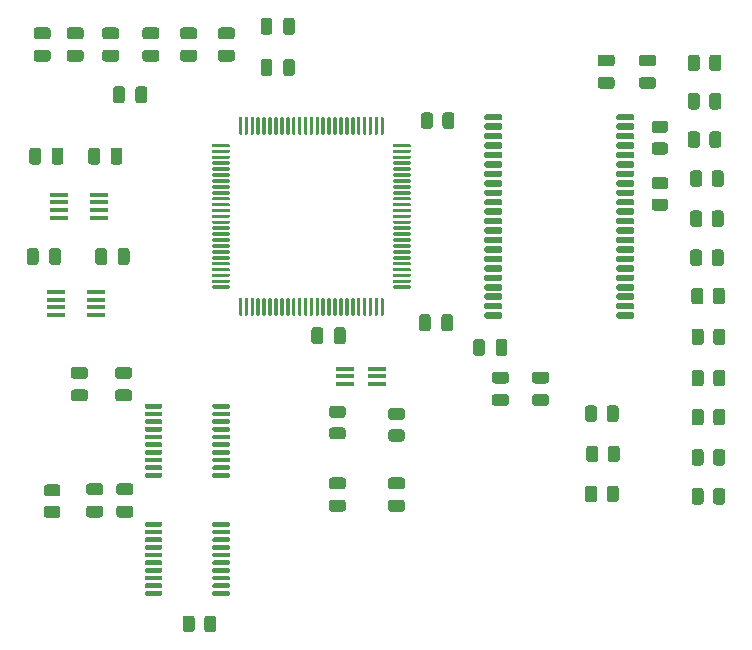
<source format=gtp>
%TF.GenerationSoftware,KiCad,Pcbnew,(5.1.10)-1*%
%TF.CreationDate,2021-11-09T21:57:45+08:00*%
%TF.ProjectId,CPLD-GPU,43504c44-2d47-4505-952e-6b696361645f,rev?*%
%TF.SameCoordinates,Original*%
%TF.FileFunction,Paste,Top*%
%TF.FilePolarity,Positive*%
%FSLAX46Y46*%
G04 Gerber Fmt 4.6, Leading zero omitted, Abs format (unit mm)*
G04 Created by KiCad (PCBNEW (5.1.10)-1) date 2021-11-09 21:57:45*
%MOMM*%
%LPD*%
G01*
G04 APERTURE LIST*
%ADD10R,1.600000X0.300000*%
%ADD11R,1.500000X0.400000*%
G04 APERTURE END LIST*
%TO.C,U3*%
G36*
G01*
X79250000Y-55100000D02*
X79250000Y-53775000D01*
G75*
G02*
X79325000Y-53700000I75000J0D01*
G01*
X79475000Y-53700000D01*
G75*
G02*
X79550000Y-53775000I0J-75000D01*
G01*
X79550000Y-55100000D01*
G75*
G02*
X79475000Y-55175000I-75000J0D01*
G01*
X79325000Y-55175000D01*
G75*
G02*
X79250000Y-55100000I0J75000D01*
G01*
G37*
G36*
G01*
X79750000Y-55100000D02*
X79750000Y-53775000D01*
G75*
G02*
X79825000Y-53700000I75000J0D01*
G01*
X79975000Y-53700000D01*
G75*
G02*
X80050000Y-53775000I0J-75000D01*
G01*
X80050000Y-55100000D01*
G75*
G02*
X79975000Y-55175000I-75000J0D01*
G01*
X79825000Y-55175000D01*
G75*
G02*
X79750000Y-55100000I0J75000D01*
G01*
G37*
G36*
G01*
X80250000Y-55100000D02*
X80250000Y-53775000D01*
G75*
G02*
X80325000Y-53700000I75000J0D01*
G01*
X80475000Y-53700000D01*
G75*
G02*
X80550000Y-53775000I0J-75000D01*
G01*
X80550000Y-55100000D01*
G75*
G02*
X80475000Y-55175000I-75000J0D01*
G01*
X80325000Y-55175000D01*
G75*
G02*
X80250000Y-55100000I0J75000D01*
G01*
G37*
G36*
G01*
X80750000Y-55100000D02*
X80750000Y-53775000D01*
G75*
G02*
X80825000Y-53700000I75000J0D01*
G01*
X80975000Y-53700000D01*
G75*
G02*
X81050000Y-53775000I0J-75000D01*
G01*
X81050000Y-55100000D01*
G75*
G02*
X80975000Y-55175000I-75000J0D01*
G01*
X80825000Y-55175000D01*
G75*
G02*
X80750000Y-55100000I0J75000D01*
G01*
G37*
G36*
G01*
X81250000Y-55100000D02*
X81250000Y-53775000D01*
G75*
G02*
X81325000Y-53700000I75000J0D01*
G01*
X81475000Y-53700000D01*
G75*
G02*
X81550000Y-53775000I0J-75000D01*
G01*
X81550000Y-55100000D01*
G75*
G02*
X81475000Y-55175000I-75000J0D01*
G01*
X81325000Y-55175000D01*
G75*
G02*
X81250000Y-55100000I0J75000D01*
G01*
G37*
G36*
G01*
X81750000Y-55100000D02*
X81750000Y-53775000D01*
G75*
G02*
X81825000Y-53700000I75000J0D01*
G01*
X81975000Y-53700000D01*
G75*
G02*
X82050000Y-53775000I0J-75000D01*
G01*
X82050000Y-55100000D01*
G75*
G02*
X81975000Y-55175000I-75000J0D01*
G01*
X81825000Y-55175000D01*
G75*
G02*
X81750000Y-55100000I0J75000D01*
G01*
G37*
G36*
G01*
X82250000Y-55100000D02*
X82250000Y-53775000D01*
G75*
G02*
X82325000Y-53700000I75000J0D01*
G01*
X82475000Y-53700000D01*
G75*
G02*
X82550000Y-53775000I0J-75000D01*
G01*
X82550000Y-55100000D01*
G75*
G02*
X82475000Y-55175000I-75000J0D01*
G01*
X82325000Y-55175000D01*
G75*
G02*
X82250000Y-55100000I0J75000D01*
G01*
G37*
G36*
G01*
X82750000Y-55100000D02*
X82750000Y-53775000D01*
G75*
G02*
X82825000Y-53700000I75000J0D01*
G01*
X82975000Y-53700000D01*
G75*
G02*
X83050000Y-53775000I0J-75000D01*
G01*
X83050000Y-55100000D01*
G75*
G02*
X82975000Y-55175000I-75000J0D01*
G01*
X82825000Y-55175000D01*
G75*
G02*
X82750000Y-55100000I0J75000D01*
G01*
G37*
G36*
G01*
X83250000Y-55100000D02*
X83250000Y-53775000D01*
G75*
G02*
X83325000Y-53700000I75000J0D01*
G01*
X83475000Y-53700000D01*
G75*
G02*
X83550000Y-53775000I0J-75000D01*
G01*
X83550000Y-55100000D01*
G75*
G02*
X83475000Y-55175000I-75000J0D01*
G01*
X83325000Y-55175000D01*
G75*
G02*
X83250000Y-55100000I0J75000D01*
G01*
G37*
G36*
G01*
X83750000Y-55100000D02*
X83750000Y-53775000D01*
G75*
G02*
X83825000Y-53700000I75000J0D01*
G01*
X83975000Y-53700000D01*
G75*
G02*
X84050000Y-53775000I0J-75000D01*
G01*
X84050000Y-55100000D01*
G75*
G02*
X83975000Y-55175000I-75000J0D01*
G01*
X83825000Y-55175000D01*
G75*
G02*
X83750000Y-55100000I0J75000D01*
G01*
G37*
G36*
G01*
X84250000Y-55100000D02*
X84250000Y-53775000D01*
G75*
G02*
X84325000Y-53700000I75000J0D01*
G01*
X84475000Y-53700000D01*
G75*
G02*
X84550000Y-53775000I0J-75000D01*
G01*
X84550000Y-55100000D01*
G75*
G02*
X84475000Y-55175000I-75000J0D01*
G01*
X84325000Y-55175000D01*
G75*
G02*
X84250000Y-55100000I0J75000D01*
G01*
G37*
G36*
G01*
X84750000Y-55100000D02*
X84750000Y-53775000D01*
G75*
G02*
X84825000Y-53700000I75000J0D01*
G01*
X84975000Y-53700000D01*
G75*
G02*
X85050000Y-53775000I0J-75000D01*
G01*
X85050000Y-55100000D01*
G75*
G02*
X84975000Y-55175000I-75000J0D01*
G01*
X84825000Y-55175000D01*
G75*
G02*
X84750000Y-55100000I0J75000D01*
G01*
G37*
G36*
G01*
X85250000Y-55100000D02*
X85250000Y-53775000D01*
G75*
G02*
X85325000Y-53700000I75000J0D01*
G01*
X85475000Y-53700000D01*
G75*
G02*
X85550000Y-53775000I0J-75000D01*
G01*
X85550000Y-55100000D01*
G75*
G02*
X85475000Y-55175000I-75000J0D01*
G01*
X85325000Y-55175000D01*
G75*
G02*
X85250000Y-55100000I0J75000D01*
G01*
G37*
G36*
G01*
X85750000Y-55100000D02*
X85750000Y-53775000D01*
G75*
G02*
X85825000Y-53700000I75000J0D01*
G01*
X85975000Y-53700000D01*
G75*
G02*
X86050000Y-53775000I0J-75000D01*
G01*
X86050000Y-55100000D01*
G75*
G02*
X85975000Y-55175000I-75000J0D01*
G01*
X85825000Y-55175000D01*
G75*
G02*
X85750000Y-55100000I0J75000D01*
G01*
G37*
G36*
G01*
X86250000Y-55100000D02*
X86250000Y-53775000D01*
G75*
G02*
X86325000Y-53700000I75000J0D01*
G01*
X86475000Y-53700000D01*
G75*
G02*
X86550000Y-53775000I0J-75000D01*
G01*
X86550000Y-55100000D01*
G75*
G02*
X86475000Y-55175000I-75000J0D01*
G01*
X86325000Y-55175000D01*
G75*
G02*
X86250000Y-55100000I0J75000D01*
G01*
G37*
G36*
G01*
X86750000Y-55100000D02*
X86750000Y-53775000D01*
G75*
G02*
X86825000Y-53700000I75000J0D01*
G01*
X86975000Y-53700000D01*
G75*
G02*
X87050000Y-53775000I0J-75000D01*
G01*
X87050000Y-55100000D01*
G75*
G02*
X86975000Y-55175000I-75000J0D01*
G01*
X86825000Y-55175000D01*
G75*
G02*
X86750000Y-55100000I0J75000D01*
G01*
G37*
G36*
G01*
X87250000Y-55100000D02*
X87250000Y-53775000D01*
G75*
G02*
X87325000Y-53700000I75000J0D01*
G01*
X87475000Y-53700000D01*
G75*
G02*
X87550000Y-53775000I0J-75000D01*
G01*
X87550000Y-55100000D01*
G75*
G02*
X87475000Y-55175000I-75000J0D01*
G01*
X87325000Y-55175000D01*
G75*
G02*
X87250000Y-55100000I0J75000D01*
G01*
G37*
G36*
G01*
X87750000Y-55100000D02*
X87750000Y-53775000D01*
G75*
G02*
X87825000Y-53700000I75000J0D01*
G01*
X87975000Y-53700000D01*
G75*
G02*
X88050000Y-53775000I0J-75000D01*
G01*
X88050000Y-55100000D01*
G75*
G02*
X87975000Y-55175000I-75000J0D01*
G01*
X87825000Y-55175000D01*
G75*
G02*
X87750000Y-55100000I0J75000D01*
G01*
G37*
G36*
G01*
X88250000Y-55100000D02*
X88250000Y-53775000D01*
G75*
G02*
X88325000Y-53700000I75000J0D01*
G01*
X88475000Y-53700000D01*
G75*
G02*
X88550000Y-53775000I0J-75000D01*
G01*
X88550000Y-55100000D01*
G75*
G02*
X88475000Y-55175000I-75000J0D01*
G01*
X88325000Y-55175000D01*
G75*
G02*
X88250000Y-55100000I0J75000D01*
G01*
G37*
G36*
G01*
X88750000Y-55100000D02*
X88750000Y-53775000D01*
G75*
G02*
X88825000Y-53700000I75000J0D01*
G01*
X88975000Y-53700000D01*
G75*
G02*
X89050000Y-53775000I0J-75000D01*
G01*
X89050000Y-55100000D01*
G75*
G02*
X88975000Y-55175000I-75000J0D01*
G01*
X88825000Y-55175000D01*
G75*
G02*
X88750000Y-55100000I0J75000D01*
G01*
G37*
G36*
G01*
X89250000Y-55100000D02*
X89250000Y-53775000D01*
G75*
G02*
X89325000Y-53700000I75000J0D01*
G01*
X89475000Y-53700000D01*
G75*
G02*
X89550000Y-53775000I0J-75000D01*
G01*
X89550000Y-55100000D01*
G75*
G02*
X89475000Y-55175000I-75000J0D01*
G01*
X89325000Y-55175000D01*
G75*
G02*
X89250000Y-55100000I0J75000D01*
G01*
G37*
G36*
G01*
X89750000Y-55100000D02*
X89750000Y-53775000D01*
G75*
G02*
X89825000Y-53700000I75000J0D01*
G01*
X89975000Y-53700000D01*
G75*
G02*
X90050000Y-53775000I0J-75000D01*
G01*
X90050000Y-55100000D01*
G75*
G02*
X89975000Y-55175000I-75000J0D01*
G01*
X89825000Y-55175000D01*
G75*
G02*
X89750000Y-55100000I0J75000D01*
G01*
G37*
G36*
G01*
X90250000Y-55100000D02*
X90250000Y-53775000D01*
G75*
G02*
X90325000Y-53700000I75000J0D01*
G01*
X90475000Y-53700000D01*
G75*
G02*
X90550000Y-53775000I0J-75000D01*
G01*
X90550000Y-55100000D01*
G75*
G02*
X90475000Y-55175000I-75000J0D01*
G01*
X90325000Y-55175000D01*
G75*
G02*
X90250000Y-55100000I0J75000D01*
G01*
G37*
G36*
G01*
X90750000Y-55100000D02*
X90750000Y-53775000D01*
G75*
G02*
X90825000Y-53700000I75000J0D01*
G01*
X90975000Y-53700000D01*
G75*
G02*
X91050000Y-53775000I0J-75000D01*
G01*
X91050000Y-55100000D01*
G75*
G02*
X90975000Y-55175000I-75000J0D01*
G01*
X90825000Y-55175000D01*
G75*
G02*
X90750000Y-55100000I0J75000D01*
G01*
G37*
G36*
G01*
X91250000Y-55100000D02*
X91250000Y-53775000D01*
G75*
G02*
X91325000Y-53700000I75000J0D01*
G01*
X91475000Y-53700000D01*
G75*
G02*
X91550000Y-53775000I0J-75000D01*
G01*
X91550000Y-55100000D01*
G75*
G02*
X91475000Y-55175000I-75000J0D01*
G01*
X91325000Y-55175000D01*
G75*
G02*
X91250000Y-55100000I0J75000D01*
G01*
G37*
G36*
G01*
X92325000Y-56175000D02*
X92325000Y-56025000D01*
G75*
G02*
X92400000Y-55950000I75000J0D01*
G01*
X93725000Y-55950000D01*
G75*
G02*
X93800000Y-56025000I0J-75000D01*
G01*
X93800000Y-56175000D01*
G75*
G02*
X93725000Y-56250000I-75000J0D01*
G01*
X92400000Y-56250000D01*
G75*
G02*
X92325000Y-56175000I0J75000D01*
G01*
G37*
G36*
G01*
X92325000Y-56675000D02*
X92325000Y-56525000D01*
G75*
G02*
X92400000Y-56450000I75000J0D01*
G01*
X93725000Y-56450000D01*
G75*
G02*
X93800000Y-56525000I0J-75000D01*
G01*
X93800000Y-56675000D01*
G75*
G02*
X93725000Y-56750000I-75000J0D01*
G01*
X92400000Y-56750000D01*
G75*
G02*
X92325000Y-56675000I0J75000D01*
G01*
G37*
G36*
G01*
X92325000Y-57175000D02*
X92325000Y-57025000D01*
G75*
G02*
X92400000Y-56950000I75000J0D01*
G01*
X93725000Y-56950000D01*
G75*
G02*
X93800000Y-57025000I0J-75000D01*
G01*
X93800000Y-57175000D01*
G75*
G02*
X93725000Y-57250000I-75000J0D01*
G01*
X92400000Y-57250000D01*
G75*
G02*
X92325000Y-57175000I0J75000D01*
G01*
G37*
G36*
G01*
X92325000Y-57675000D02*
X92325000Y-57525000D01*
G75*
G02*
X92400000Y-57450000I75000J0D01*
G01*
X93725000Y-57450000D01*
G75*
G02*
X93800000Y-57525000I0J-75000D01*
G01*
X93800000Y-57675000D01*
G75*
G02*
X93725000Y-57750000I-75000J0D01*
G01*
X92400000Y-57750000D01*
G75*
G02*
X92325000Y-57675000I0J75000D01*
G01*
G37*
G36*
G01*
X92325000Y-58175000D02*
X92325000Y-58025000D01*
G75*
G02*
X92400000Y-57950000I75000J0D01*
G01*
X93725000Y-57950000D01*
G75*
G02*
X93800000Y-58025000I0J-75000D01*
G01*
X93800000Y-58175000D01*
G75*
G02*
X93725000Y-58250000I-75000J0D01*
G01*
X92400000Y-58250000D01*
G75*
G02*
X92325000Y-58175000I0J75000D01*
G01*
G37*
G36*
G01*
X92325000Y-58675000D02*
X92325000Y-58525000D01*
G75*
G02*
X92400000Y-58450000I75000J0D01*
G01*
X93725000Y-58450000D01*
G75*
G02*
X93800000Y-58525000I0J-75000D01*
G01*
X93800000Y-58675000D01*
G75*
G02*
X93725000Y-58750000I-75000J0D01*
G01*
X92400000Y-58750000D01*
G75*
G02*
X92325000Y-58675000I0J75000D01*
G01*
G37*
G36*
G01*
X92325000Y-59175000D02*
X92325000Y-59025000D01*
G75*
G02*
X92400000Y-58950000I75000J0D01*
G01*
X93725000Y-58950000D01*
G75*
G02*
X93800000Y-59025000I0J-75000D01*
G01*
X93800000Y-59175000D01*
G75*
G02*
X93725000Y-59250000I-75000J0D01*
G01*
X92400000Y-59250000D01*
G75*
G02*
X92325000Y-59175000I0J75000D01*
G01*
G37*
G36*
G01*
X92325000Y-59675000D02*
X92325000Y-59525000D01*
G75*
G02*
X92400000Y-59450000I75000J0D01*
G01*
X93725000Y-59450000D01*
G75*
G02*
X93800000Y-59525000I0J-75000D01*
G01*
X93800000Y-59675000D01*
G75*
G02*
X93725000Y-59750000I-75000J0D01*
G01*
X92400000Y-59750000D01*
G75*
G02*
X92325000Y-59675000I0J75000D01*
G01*
G37*
G36*
G01*
X92325000Y-60175000D02*
X92325000Y-60025000D01*
G75*
G02*
X92400000Y-59950000I75000J0D01*
G01*
X93725000Y-59950000D01*
G75*
G02*
X93800000Y-60025000I0J-75000D01*
G01*
X93800000Y-60175000D01*
G75*
G02*
X93725000Y-60250000I-75000J0D01*
G01*
X92400000Y-60250000D01*
G75*
G02*
X92325000Y-60175000I0J75000D01*
G01*
G37*
G36*
G01*
X92325000Y-60675000D02*
X92325000Y-60525000D01*
G75*
G02*
X92400000Y-60450000I75000J0D01*
G01*
X93725000Y-60450000D01*
G75*
G02*
X93800000Y-60525000I0J-75000D01*
G01*
X93800000Y-60675000D01*
G75*
G02*
X93725000Y-60750000I-75000J0D01*
G01*
X92400000Y-60750000D01*
G75*
G02*
X92325000Y-60675000I0J75000D01*
G01*
G37*
G36*
G01*
X92325000Y-61175000D02*
X92325000Y-61025000D01*
G75*
G02*
X92400000Y-60950000I75000J0D01*
G01*
X93725000Y-60950000D01*
G75*
G02*
X93800000Y-61025000I0J-75000D01*
G01*
X93800000Y-61175000D01*
G75*
G02*
X93725000Y-61250000I-75000J0D01*
G01*
X92400000Y-61250000D01*
G75*
G02*
X92325000Y-61175000I0J75000D01*
G01*
G37*
G36*
G01*
X92325000Y-61675000D02*
X92325000Y-61525000D01*
G75*
G02*
X92400000Y-61450000I75000J0D01*
G01*
X93725000Y-61450000D01*
G75*
G02*
X93800000Y-61525000I0J-75000D01*
G01*
X93800000Y-61675000D01*
G75*
G02*
X93725000Y-61750000I-75000J0D01*
G01*
X92400000Y-61750000D01*
G75*
G02*
X92325000Y-61675000I0J75000D01*
G01*
G37*
G36*
G01*
X92325000Y-62175000D02*
X92325000Y-62025000D01*
G75*
G02*
X92400000Y-61950000I75000J0D01*
G01*
X93725000Y-61950000D01*
G75*
G02*
X93800000Y-62025000I0J-75000D01*
G01*
X93800000Y-62175000D01*
G75*
G02*
X93725000Y-62250000I-75000J0D01*
G01*
X92400000Y-62250000D01*
G75*
G02*
X92325000Y-62175000I0J75000D01*
G01*
G37*
G36*
G01*
X92325000Y-62675000D02*
X92325000Y-62525000D01*
G75*
G02*
X92400000Y-62450000I75000J0D01*
G01*
X93725000Y-62450000D01*
G75*
G02*
X93800000Y-62525000I0J-75000D01*
G01*
X93800000Y-62675000D01*
G75*
G02*
X93725000Y-62750000I-75000J0D01*
G01*
X92400000Y-62750000D01*
G75*
G02*
X92325000Y-62675000I0J75000D01*
G01*
G37*
G36*
G01*
X92325000Y-63175000D02*
X92325000Y-63025000D01*
G75*
G02*
X92400000Y-62950000I75000J0D01*
G01*
X93725000Y-62950000D01*
G75*
G02*
X93800000Y-63025000I0J-75000D01*
G01*
X93800000Y-63175000D01*
G75*
G02*
X93725000Y-63250000I-75000J0D01*
G01*
X92400000Y-63250000D01*
G75*
G02*
X92325000Y-63175000I0J75000D01*
G01*
G37*
G36*
G01*
X92325000Y-63675000D02*
X92325000Y-63525000D01*
G75*
G02*
X92400000Y-63450000I75000J0D01*
G01*
X93725000Y-63450000D01*
G75*
G02*
X93800000Y-63525000I0J-75000D01*
G01*
X93800000Y-63675000D01*
G75*
G02*
X93725000Y-63750000I-75000J0D01*
G01*
X92400000Y-63750000D01*
G75*
G02*
X92325000Y-63675000I0J75000D01*
G01*
G37*
G36*
G01*
X92325000Y-64175000D02*
X92325000Y-64025000D01*
G75*
G02*
X92400000Y-63950000I75000J0D01*
G01*
X93725000Y-63950000D01*
G75*
G02*
X93800000Y-64025000I0J-75000D01*
G01*
X93800000Y-64175000D01*
G75*
G02*
X93725000Y-64250000I-75000J0D01*
G01*
X92400000Y-64250000D01*
G75*
G02*
X92325000Y-64175000I0J75000D01*
G01*
G37*
G36*
G01*
X92325000Y-64675000D02*
X92325000Y-64525000D01*
G75*
G02*
X92400000Y-64450000I75000J0D01*
G01*
X93725000Y-64450000D01*
G75*
G02*
X93800000Y-64525000I0J-75000D01*
G01*
X93800000Y-64675000D01*
G75*
G02*
X93725000Y-64750000I-75000J0D01*
G01*
X92400000Y-64750000D01*
G75*
G02*
X92325000Y-64675000I0J75000D01*
G01*
G37*
G36*
G01*
X92325000Y-65175000D02*
X92325000Y-65025000D01*
G75*
G02*
X92400000Y-64950000I75000J0D01*
G01*
X93725000Y-64950000D01*
G75*
G02*
X93800000Y-65025000I0J-75000D01*
G01*
X93800000Y-65175000D01*
G75*
G02*
X93725000Y-65250000I-75000J0D01*
G01*
X92400000Y-65250000D01*
G75*
G02*
X92325000Y-65175000I0J75000D01*
G01*
G37*
G36*
G01*
X92325000Y-65675000D02*
X92325000Y-65525000D01*
G75*
G02*
X92400000Y-65450000I75000J0D01*
G01*
X93725000Y-65450000D01*
G75*
G02*
X93800000Y-65525000I0J-75000D01*
G01*
X93800000Y-65675000D01*
G75*
G02*
X93725000Y-65750000I-75000J0D01*
G01*
X92400000Y-65750000D01*
G75*
G02*
X92325000Y-65675000I0J75000D01*
G01*
G37*
G36*
G01*
X92325000Y-66175000D02*
X92325000Y-66025000D01*
G75*
G02*
X92400000Y-65950000I75000J0D01*
G01*
X93725000Y-65950000D01*
G75*
G02*
X93800000Y-66025000I0J-75000D01*
G01*
X93800000Y-66175000D01*
G75*
G02*
X93725000Y-66250000I-75000J0D01*
G01*
X92400000Y-66250000D01*
G75*
G02*
X92325000Y-66175000I0J75000D01*
G01*
G37*
G36*
G01*
X92325000Y-66675000D02*
X92325000Y-66525000D01*
G75*
G02*
X92400000Y-66450000I75000J0D01*
G01*
X93725000Y-66450000D01*
G75*
G02*
X93800000Y-66525000I0J-75000D01*
G01*
X93800000Y-66675000D01*
G75*
G02*
X93725000Y-66750000I-75000J0D01*
G01*
X92400000Y-66750000D01*
G75*
G02*
X92325000Y-66675000I0J75000D01*
G01*
G37*
G36*
G01*
X92325000Y-67175000D02*
X92325000Y-67025000D01*
G75*
G02*
X92400000Y-66950000I75000J0D01*
G01*
X93725000Y-66950000D01*
G75*
G02*
X93800000Y-67025000I0J-75000D01*
G01*
X93800000Y-67175000D01*
G75*
G02*
X93725000Y-67250000I-75000J0D01*
G01*
X92400000Y-67250000D01*
G75*
G02*
X92325000Y-67175000I0J75000D01*
G01*
G37*
G36*
G01*
X92325000Y-67675000D02*
X92325000Y-67525000D01*
G75*
G02*
X92400000Y-67450000I75000J0D01*
G01*
X93725000Y-67450000D01*
G75*
G02*
X93800000Y-67525000I0J-75000D01*
G01*
X93800000Y-67675000D01*
G75*
G02*
X93725000Y-67750000I-75000J0D01*
G01*
X92400000Y-67750000D01*
G75*
G02*
X92325000Y-67675000I0J75000D01*
G01*
G37*
G36*
G01*
X92325000Y-68175000D02*
X92325000Y-68025000D01*
G75*
G02*
X92400000Y-67950000I75000J0D01*
G01*
X93725000Y-67950000D01*
G75*
G02*
X93800000Y-68025000I0J-75000D01*
G01*
X93800000Y-68175000D01*
G75*
G02*
X93725000Y-68250000I-75000J0D01*
G01*
X92400000Y-68250000D01*
G75*
G02*
X92325000Y-68175000I0J75000D01*
G01*
G37*
G36*
G01*
X91250000Y-70425000D02*
X91250000Y-69100000D01*
G75*
G02*
X91325000Y-69025000I75000J0D01*
G01*
X91475000Y-69025000D01*
G75*
G02*
X91550000Y-69100000I0J-75000D01*
G01*
X91550000Y-70425000D01*
G75*
G02*
X91475000Y-70500000I-75000J0D01*
G01*
X91325000Y-70500000D01*
G75*
G02*
X91250000Y-70425000I0J75000D01*
G01*
G37*
G36*
G01*
X90750000Y-70425000D02*
X90750000Y-69100000D01*
G75*
G02*
X90825000Y-69025000I75000J0D01*
G01*
X90975000Y-69025000D01*
G75*
G02*
X91050000Y-69100000I0J-75000D01*
G01*
X91050000Y-70425000D01*
G75*
G02*
X90975000Y-70500000I-75000J0D01*
G01*
X90825000Y-70500000D01*
G75*
G02*
X90750000Y-70425000I0J75000D01*
G01*
G37*
G36*
G01*
X90250000Y-70425000D02*
X90250000Y-69100000D01*
G75*
G02*
X90325000Y-69025000I75000J0D01*
G01*
X90475000Y-69025000D01*
G75*
G02*
X90550000Y-69100000I0J-75000D01*
G01*
X90550000Y-70425000D01*
G75*
G02*
X90475000Y-70500000I-75000J0D01*
G01*
X90325000Y-70500000D01*
G75*
G02*
X90250000Y-70425000I0J75000D01*
G01*
G37*
G36*
G01*
X89750000Y-70425000D02*
X89750000Y-69100000D01*
G75*
G02*
X89825000Y-69025000I75000J0D01*
G01*
X89975000Y-69025000D01*
G75*
G02*
X90050000Y-69100000I0J-75000D01*
G01*
X90050000Y-70425000D01*
G75*
G02*
X89975000Y-70500000I-75000J0D01*
G01*
X89825000Y-70500000D01*
G75*
G02*
X89750000Y-70425000I0J75000D01*
G01*
G37*
G36*
G01*
X89250000Y-70425000D02*
X89250000Y-69100000D01*
G75*
G02*
X89325000Y-69025000I75000J0D01*
G01*
X89475000Y-69025000D01*
G75*
G02*
X89550000Y-69100000I0J-75000D01*
G01*
X89550000Y-70425000D01*
G75*
G02*
X89475000Y-70500000I-75000J0D01*
G01*
X89325000Y-70500000D01*
G75*
G02*
X89250000Y-70425000I0J75000D01*
G01*
G37*
G36*
G01*
X88750000Y-70425000D02*
X88750000Y-69100000D01*
G75*
G02*
X88825000Y-69025000I75000J0D01*
G01*
X88975000Y-69025000D01*
G75*
G02*
X89050000Y-69100000I0J-75000D01*
G01*
X89050000Y-70425000D01*
G75*
G02*
X88975000Y-70500000I-75000J0D01*
G01*
X88825000Y-70500000D01*
G75*
G02*
X88750000Y-70425000I0J75000D01*
G01*
G37*
G36*
G01*
X88250000Y-70425000D02*
X88250000Y-69100000D01*
G75*
G02*
X88325000Y-69025000I75000J0D01*
G01*
X88475000Y-69025000D01*
G75*
G02*
X88550000Y-69100000I0J-75000D01*
G01*
X88550000Y-70425000D01*
G75*
G02*
X88475000Y-70500000I-75000J0D01*
G01*
X88325000Y-70500000D01*
G75*
G02*
X88250000Y-70425000I0J75000D01*
G01*
G37*
G36*
G01*
X87750000Y-70425000D02*
X87750000Y-69100000D01*
G75*
G02*
X87825000Y-69025000I75000J0D01*
G01*
X87975000Y-69025000D01*
G75*
G02*
X88050000Y-69100000I0J-75000D01*
G01*
X88050000Y-70425000D01*
G75*
G02*
X87975000Y-70500000I-75000J0D01*
G01*
X87825000Y-70500000D01*
G75*
G02*
X87750000Y-70425000I0J75000D01*
G01*
G37*
G36*
G01*
X87250000Y-70425000D02*
X87250000Y-69100000D01*
G75*
G02*
X87325000Y-69025000I75000J0D01*
G01*
X87475000Y-69025000D01*
G75*
G02*
X87550000Y-69100000I0J-75000D01*
G01*
X87550000Y-70425000D01*
G75*
G02*
X87475000Y-70500000I-75000J0D01*
G01*
X87325000Y-70500000D01*
G75*
G02*
X87250000Y-70425000I0J75000D01*
G01*
G37*
G36*
G01*
X86750000Y-70425000D02*
X86750000Y-69100000D01*
G75*
G02*
X86825000Y-69025000I75000J0D01*
G01*
X86975000Y-69025000D01*
G75*
G02*
X87050000Y-69100000I0J-75000D01*
G01*
X87050000Y-70425000D01*
G75*
G02*
X86975000Y-70500000I-75000J0D01*
G01*
X86825000Y-70500000D01*
G75*
G02*
X86750000Y-70425000I0J75000D01*
G01*
G37*
G36*
G01*
X86250000Y-70425000D02*
X86250000Y-69100000D01*
G75*
G02*
X86325000Y-69025000I75000J0D01*
G01*
X86475000Y-69025000D01*
G75*
G02*
X86550000Y-69100000I0J-75000D01*
G01*
X86550000Y-70425000D01*
G75*
G02*
X86475000Y-70500000I-75000J0D01*
G01*
X86325000Y-70500000D01*
G75*
G02*
X86250000Y-70425000I0J75000D01*
G01*
G37*
G36*
G01*
X85750000Y-70425000D02*
X85750000Y-69100000D01*
G75*
G02*
X85825000Y-69025000I75000J0D01*
G01*
X85975000Y-69025000D01*
G75*
G02*
X86050000Y-69100000I0J-75000D01*
G01*
X86050000Y-70425000D01*
G75*
G02*
X85975000Y-70500000I-75000J0D01*
G01*
X85825000Y-70500000D01*
G75*
G02*
X85750000Y-70425000I0J75000D01*
G01*
G37*
G36*
G01*
X85250000Y-70425000D02*
X85250000Y-69100000D01*
G75*
G02*
X85325000Y-69025000I75000J0D01*
G01*
X85475000Y-69025000D01*
G75*
G02*
X85550000Y-69100000I0J-75000D01*
G01*
X85550000Y-70425000D01*
G75*
G02*
X85475000Y-70500000I-75000J0D01*
G01*
X85325000Y-70500000D01*
G75*
G02*
X85250000Y-70425000I0J75000D01*
G01*
G37*
G36*
G01*
X84750000Y-70425000D02*
X84750000Y-69100000D01*
G75*
G02*
X84825000Y-69025000I75000J0D01*
G01*
X84975000Y-69025000D01*
G75*
G02*
X85050000Y-69100000I0J-75000D01*
G01*
X85050000Y-70425000D01*
G75*
G02*
X84975000Y-70500000I-75000J0D01*
G01*
X84825000Y-70500000D01*
G75*
G02*
X84750000Y-70425000I0J75000D01*
G01*
G37*
G36*
G01*
X84250000Y-70425000D02*
X84250000Y-69100000D01*
G75*
G02*
X84325000Y-69025000I75000J0D01*
G01*
X84475000Y-69025000D01*
G75*
G02*
X84550000Y-69100000I0J-75000D01*
G01*
X84550000Y-70425000D01*
G75*
G02*
X84475000Y-70500000I-75000J0D01*
G01*
X84325000Y-70500000D01*
G75*
G02*
X84250000Y-70425000I0J75000D01*
G01*
G37*
G36*
G01*
X83750000Y-70425000D02*
X83750000Y-69100000D01*
G75*
G02*
X83825000Y-69025000I75000J0D01*
G01*
X83975000Y-69025000D01*
G75*
G02*
X84050000Y-69100000I0J-75000D01*
G01*
X84050000Y-70425000D01*
G75*
G02*
X83975000Y-70500000I-75000J0D01*
G01*
X83825000Y-70500000D01*
G75*
G02*
X83750000Y-70425000I0J75000D01*
G01*
G37*
G36*
G01*
X83250000Y-70425000D02*
X83250000Y-69100000D01*
G75*
G02*
X83325000Y-69025000I75000J0D01*
G01*
X83475000Y-69025000D01*
G75*
G02*
X83550000Y-69100000I0J-75000D01*
G01*
X83550000Y-70425000D01*
G75*
G02*
X83475000Y-70500000I-75000J0D01*
G01*
X83325000Y-70500000D01*
G75*
G02*
X83250000Y-70425000I0J75000D01*
G01*
G37*
G36*
G01*
X82750000Y-70425000D02*
X82750000Y-69100000D01*
G75*
G02*
X82825000Y-69025000I75000J0D01*
G01*
X82975000Y-69025000D01*
G75*
G02*
X83050000Y-69100000I0J-75000D01*
G01*
X83050000Y-70425000D01*
G75*
G02*
X82975000Y-70500000I-75000J0D01*
G01*
X82825000Y-70500000D01*
G75*
G02*
X82750000Y-70425000I0J75000D01*
G01*
G37*
G36*
G01*
X82250000Y-70425000D02*
X82250000Y-69100000D01*
G75*
G02*
X82325000Y-69025000I75000J0D01*
G01*
X82475000Y-69025000D01*
G75*
G02*
X82550000Y-69100000I0J-75000D01*
G01*
X82550000Y-70425000D01*
G75*
G02*
X82475000Y-70500000I-75000J0D01*
G01*
X82325000Y-70500000D01*
G75*
G02*
X82250000Y-70425000I0J75000D01*
G01*
G37*
G36*
G01*
X81750000Y-70425000D02*
X81750000Y-69100000D01*
G75*
G02*
X81825000Y-69025000I75000J0D01*
G01*
X81975000Y-69025000D01*
G75*
G02*
X82050000Y-69100000I0J-75000D01*
G01*
X82050000Y-70425000D01*
G75*
G02*
X81975000Y-70500000I-75000J0D01*
G01*
X81825000Y-70500000D01*
G75*
G02*
X81750000Y-70425000I0J75000D01*
G01*
G37*
G36*
G01*
X81250000Y-70425000D02*
X81250000Y-69100000D01*
G75*
G02*
X81325000Y-69025000I75000J0D01*
G01*
X81475000Y-69025000D01*
G75*
G02*
X81550000Y-69100000I0J-75000D01*
G01*
X81550000Y-70425000D01*
G75*
G02*
X81475000Y-70500000I-75000J0D01*
G01*
X81325000Y-70500000D01*
G75*
G02*
X81250000Y-70425000I0J75000D01*
G01*
G37*
G36*
G01*
X80750000Y-70425000D02*
X80750000Y-69100000D01*
G75*
G02*
X80825000Y-69025000I75000J0D01*
G01*
X80975000Y-69025000D01*
G75*
G02*
X81050000Y-69100000I0J-75000D01*
G01*
X81050000Y-70425000D01*
G75*
G02*
X80975000Y-70500000I-75000J0D01*
G01*
X80825000Y-70500000D01*
G75*
G02*
X80750000Y-70425000I0J75000D01*
G01*
G37*
G36*
G01*
X80250000Y-70425000D02*
X80250000Y-69100000D01*
G75*
G02*
X80325000Y-69025000I75000J0D01*
G01*
X80475000Y-69025000D01*
G75*
G02*
X80550000Y-69100000I0J-75000D01*
G01*
X80550000Y-70425000D01*
G75*
G02*
X80475000Y-70500000I-75000J0D01*
G01*
X80325000Y-70500000D01*
G75*
G02*
X80250000Y-70425000I0J75000D01*
G01*
G37*
G36*
G01*
X79750000Y-70425000D02*
X79750000Y-69100000D01*
G75*
G02*
X79825000Y-69025000I75000J0D01*
G01*
X79975000Y-69025000D01*
G75*
G02*
X80050000Y-69100000I0J-75000D01*
G01*
X80050000Y-70425000D01*
G75*
G02*
X79975000Y-70500000I-75000J0D01*
G01*
X79825000Y-70500000D01*
G75*
G02*
X79750000Y-70425000I0J75000D01*
G01*
G37*
G36*
G01*
X79250000Y-70425000D02*
X79250000Y-69100000D01*
G75*
G02*
X79325000Y-69025000I75000J0D01*
G01*
X79475000Y-69025000D01*
G75*
G02*
X79550000Y-69100000I0J-75000D01*
G01*
X79550000Y-70425000D01*
G75*
G02*
X79475000Y-70500000I-75000J0D01*
G01*
X79325000Y-70500000D01*
G75*
G02*
X79250000Y-70425000I0J75000D01*
G01*
G37*
G36*
G01*
X77000000Y-68175000D02*
X77000000Y-68025000D01*
G75*
G02*
X77075000Y-67950000I75000J0D01*
G01*
X78400000Y-67950000D01*
G75*
G02*
X78475000Y-68025000I0J-75000D01*
G01*
X78475000Y-68175000D01*
G75*
G02*
X78400000Y-68250000I-75000J0D01*
G01*
X77075000Y-68250000D01*
G75*
G02*
X77000000Y-68175000I0J75000D01*
G01*
G37*
G36*
G01*
X77000000Y-67675000D02*
X77000000Y-67525000D01*
G75*
G02*
X77075000Y-67450000I75000J0D01*
G01*
X78400000Y-67450000D01*
G75*
G02*
X78475000Y-67525000I0J-75000D01*
G01*
X78475000Y-67675000D01*
G75*
G02*
X78400000Y-67750000I-75000J0D01*
G01*
X77075000Y-67750000D01*
G75*
G02*
X77000000Y-67675000I0J75000D01*
G01*
G37*
G36*
G01*
X77000000Y-67175000D02*
X77000000Y-67025000D01*
G75*
G02*
X77075000Y-66950000I75000J0D01*
G01*
X78400000Y-66950000D01*
G75*
G02*
X78475000Y-67025000I0J-75000D01*
G01*
X78475000Y-67175000D01*
G75*
G02*
X78400000Y-67250000I-75000J0D01*
G01*
X77075000Y-67250000D01*
G75*
G02*
X77000000Y-67175000I0J75000D01*
G01*
G37*
G36*
G01*
X77000000Y-66675000D02*
X77000000Y-66525000D01*
G75*
G02*
X77075000Y-66450000I75000J0D01*
G01*
X78400000Y-66450000D01*
G75*
G02*
X78475000Y-66525000I0J-75000D01*
G01*
X78475000Y-66675000D01*
G75*
G02*
X78400000Y-66750000I-75000J0D01*
G01*
X77075000Y-66750000D01*
G75*
G02*
X77000000Y-66675000I0J75000D01*
G01*
G37*
G36*
G01*
X77000000Y-66175000D02*
X77000000Y-66025000D01*
G75*
G02*
X77075000Y-65950000I75000J0D01*
G01*
X78400000Y-65950000D01*
G75*
G02*
X78475000Y-66025000I0J-75000D01*
G01*
X78475000Y-66175000D01*
G75*
G02*
X78400000Y-66250000I-75000J0D01*
G01*
X77075000Y-66250000D01*
G75*
G02*
X77000000Y-66175000I0J75000D01*
G01*
G37*
G36*
G01*
X77000000Y-65675000D02*
X77000000Y-65525000D01*
G75*
G02*
X77075000Y-65450000I75000J0D01*
G01*
X78400000Y-65450000D01*
G75*
G02*
X78475000Y-65525000I0J-75000D01*
G01*
X78475000Y-65675000D01*
G75*
G02*
X78400000Y-65750000I-75000J0D01*
G01*
X77075000Y-65750000D01*
G75*
G02*
X77000000Y-65675000I0J75000D01*
G01*
G37*
G36*
G01*
X77000000Y-65175000D02*
X77000000Y-65025000D01*
G75*
G02*
X77075000Y-64950000I75000J0D01*
G01*
X78400000Y-64950000D01*
G75*
G02*
X78475000Y-65025000I0J-75000D01*
G01*
X78475000Y-65175000D01*
G75*
G02*
X78400000Y-65250000I-75000J0D01*
G01*
X77075000Y-65250000D01*
G75*
G02*
X77000000Y-65175000I0J75000D01*
G01*
G37*
G36*
G01*
X77000000Y-64675000D02*
X77000000Y-64525000D01*
G75*
G02*
X77075000Y-64450000I75000J0D01*
G01*
X78400000Y-64450000D01*
G75*
G02*
X78475000Y-64525000I0J-75000D01*
G01*
X78475000Y-64675000D01*
G75*
G02*
X78400000Y-64750000I-75000J0D01*
G01*
X77075000Y-64750000D01*
G75*
G02*
X77000000Y-64675000I0J75000D01*
G01*
G37*
G36*
G01*
X77000000Y-64175000D02*
X77000000Y-64025000D01*
G75*
G02*
X77075000Y-63950000I75000J0D01*
G01*
X78400000Y-63950000D01*
G75*
G02*
X78475000Y-64025000I0J-75000D01*
G01*
X78475000Y-64175000D01*
G75*
G02*
X78400000Y-64250000I-75000J0D01*
G01*
X77075000Y-64250000D01*
G75*
G02*
X77000000Y-64175000I0J75000D01*
G01*
G37*
G36*
G01*
X77000000Y-63675000D02*
X77000000Y-63525000D01*
G75*
G02*
X77075000Y-63450000I75000J0D01*
G01*
X78400000Y-63450000D01*
G75*
G02*
X78475000Y-63525000I0J-75000D01*
G01*
X78475000Y-63675000D01*
G75*
G02*
X78400000Y-63750000I-75000J0D01*
G01*
X77075000Y-63750000D01*
G75*
G02*
X77000000Y-63675000I0J75000D01*
G01*
G37*
G36*
G01*
X77000000Y-63175000D02*
X77000000Y-63025000D01*
G75*
G02*
X77075000Y-62950000I75000J0D01*
G01*
X78400000Y-62950000D01*
G75*
G02*
X78475000Y-63025000I0J-75000D01*
G01*
X78475000Y-63175000D01*
G75*
G02*
X78400000Y-63250000I-75000J0D01*
G01*
X77075000Y-63250000D01*
G75*
G02*
X77000000Y-63175000I0J75000D01*
G01*
G37*
G36*
G01*
X77000000Y-62675000D02*
X77000000Y-62525000D01*
G75*
G02*
X77075000Y-62450000I75000J0D01*
G01*
X78400000Y-62450000D01*
G75*
G02*
X78475000Y-62525000I0J-75000D01*
G01*
X78475000Y-62675000D01*
G75*
G02*
X78400000Y-62750000I-75000J0D01*
G01*
X77075000Y-62750000D01*
G75*
G02*
X77000000Y-62675000I0J75000D01*
G01*
G37*
G36*
G01*
X77000000Y-62175000D02*
X77000000Y-62025000D01*
G75*
G02*
X77075000Y-61950000I75000J0D01*
G01*
X78400000Y-61950000D01*
G75*
G02*
X78475000Y-62025000I0J-75000D01*
G01*
X78475000Y-62175000D01*
G75*
G02*
X78400000Y-62250000I-75000J0D01*
G01*
X77075000Y-62250000D01*
G75*
G02*
X77000000Y-62175000I0J75000D01*
G01*
G37*
G36*
G01*
X77000000Y-61675000D02*
X77000000Y-61525000D01*
G75*
G02*
X77075000Y-61450000I75000J0D01*
G01*
X78400000Y-61450000D01*
G75*
G02*
X78475000Y-61525000I0J-75000D01*
G01*
X78475000Y-61675000D01*
G75*
G02*
X78400000Y-61750000I-75000J0D01*
G01*
X77075000Y-61750000D01*
G75*
G02*
X77000000Y-61675000I0J75000D01*
G01*
G37*
G36*
G01*
X77000000Y-61175000D02*
X77000000Y-61025000D01*
G75*
G02*
X77075000Y-60950000I75000J0D01*
G01*
X78400000Y-60950000D01*
G75*
G02*
X78475000Y-61025000I0J-75000D01*
G01*
X78475000Y-61175000D01*
G75*
G02*
X78400000Y-61250000I-75000J0D01*
G01*
X77075000Y-61250000D01*
G75*
G02*
X77000000Y-61175000I0J75000D01*
G01*
G37*
G36*
G01*
X77000000Y-60675000D02*
X77000000Y-60525000D01*
G75*
G02*
X77075000Y-60450000I75000J0D01*
G01*
X78400000Y-60450000D01*
G75*
G02*
X78475000Y-60525000I0J-75000D01*
G01*
X78475000Y-60675000D01*
G75*
G02*
X78400000Y-60750000I-75000J0D01*
G01*
X77075000Y-60750000D01*
G75*
G02*
X77000000Y-60675000I0J75000D01*
G01*
G37*
G36*
G01*
X77000000Y-60175000D02*
X77000000Y-60025000D01*
G75*
G02*
X77075000Y-59950000I75000J0D01*
G01*
X78400000Y-59950000D01*
G75*
G02*
X78475000Y-60025000I0J-75000D01*
G01*
X78475000Y-60175000D01*
G75*
G02*
X78400000Y-60250000I-75000J0D01*
G01*
X77075000Y-60250000D01*
G75*
G02*
X77000000Y-60175000I0J75000D01*
G01*
G37*
G36*
G01*
X77000000Y-59675000D02*
X77000000Y-59525000D01*
G75*
G02*
X77075000Y-59450000I75000J0D01*
G01*
X78400000Y-59450000D01*
G75*
G02*
X78475000Y-59525000I0J-75000D01*
G01*
X78475000Y-59675000D01*
G75*
G02*
X78400000Y-59750000I-75000J0D01*
G01*
X77075000Y-59750000D01*
G75*
G02*
X77000000Y-59675000I0J75000D01*
G01*
G37*
G36*
G01*
X77000000Y-59175000D02*
X77000000Y-59025000D01*
G75*
G02*
X77075000Y-58950000I75000J0D01*
G01*
X78400000Y-58950000D01*
G75*
G02*
X78475000Y-59025000I0J-75000D01*
G01*
X78475000Y-59175000D01*
G75*
G02*
X78400000Y-59250000I-75000J0D01*
G01*
X77075000Y-59250000D01*
G75*
G02*
X77000000Y-59175000I0J75000D01*
G01*
G37*
G36*
G01*
X77000000Y-58675000D02*
X77000000Y-58525000D01*
G75*
G02*
X77075000Y-58450000I75000J0D01*
G01*
X78400000Y-58450000D01*
G75*
G02*
X78475000Y-58525000I0J-75000D01*
G01*
X78475000Y-58675000D01*
G75*
G02*
X78400000Y-58750000I-75000J0D01*
G01*
X77075000Y-58750000D01*
G75*
G02*
X77000000Y-58675000I0J75000D01*
G01*
G37*
G36*
G01*
X77000000Y-58175000D02*
X77000000Y-58025000D01*
G75*
G02*
X77075000Y-57950000I75000J0D01*
G01*
X78400000Y-57950000D01*
G75*
G02*
X78475000Y-58025000I0J-75000D01*
G01*
X78475000Y-58175000D01*
G75*
G02*
X78400000Y-58250000I-75000J0D01*
G01*
X77075000Y-58250000D01*
G75*
G02*
X77000000Y-58175000I0J75000D01*
G01*
G37*
G36*
G01*
X77000000Y-57675000D02*
X77000000Y-57525000D01*
G75*
G02*
X77075000Y-57450000I75000J0D01*
G01*
X78400000Y-57450000D01*
G75*
G02*
X78475000Y-57525000I0J-75000D01*
G01*
X78475000Y-57675000D01*
G75*
G02*
X78400000Y-57750000I-75000J0D01*
G01*
X77075000Y-57750000D01*
G75*
G02*
X77000000Y-57675000I0J75000D01*
G01*
G37*
G36*
G01*
X77000000Y-57175000D02*
X77000000Y-57025000D01*
G75*
G02*
X77075000Y-56950000I75000J0D01*
G01*
X78400000Y-56950000D01*
G75*
G02*
X78475000Y-57025000I0J-75000D01*
G01*
X78475000Y-57175000D01*
G75*
G02*
X78400000Y-57250000I-75000J0D01*
G01*
X77075000Y-57250000D01*
G75*
G02*
X77000000Y-57175000I0J75000D01*
G01*
G37*
G36*
G01*
X77000000Y-56675000D02*
X77000000Y-56525000D01*
G75*
G02*
X77075000Y-56450000I75000J0D01*
G01*
X78400000Y-56450000D01*
G75*
G02*
X78475000Y-56525000I0J-75000D01*
G01*
X78475000Y-56675000D01*
G75*
G02*
X78400000Y-56750000I-75000J0D01*
G01*
X77075000Y-56750000D01*
G75*
G02*
X77000000Y-56675000I0J75000D01*
G01*
G37*
G36*
G01*
X77000000Y-56175000D02*
X77000000Y-56025000D01*
G75*
G02*
X77075000Y-55950000I75000J0D01*
G01*
X78400000Y-55950000D01*
G75*
G02*
X78475000Y-56025000I0J-75000D01*
G01*
X78475000Y-56175000D01*
G75*
G02*
X78400000Y-56250000I-75000J0D01*
G01*
X77075000Y-56250000D01*
G75*
G02*
X77000000Y-56175000I0J75000D01*
G01*
G37*
%TD*%
%TO.C,C8*%
G36*
G01*
X69975000Y-75850000D02*
X69025000Y-75850000D01*
G75*
G02*
X68775000Y-75600000I0J250000D01*
G01*
X68775000Y-75100000D01*
G75*
G02*
X69025000Y-74850000I250000J0D01*
G01*
X69975000Y-74850000D01*
G75*
G02*
X70225000Y-75100000I0J-250000D01*
G01*
X70225000Y-75600000D01*
G75*
G02*
X69975000Y-75850000I-250000J0D01*
G01*
G37*
G36*
G01*
X69975000Y-77750000D02*
X69025000Y-77750000D01*
G75*
G02*
X68775000Y-77500000I0J250000D01*
G01*
X68775000Y-77000000D01*
G75*
G02*
X69025000Y-76750000I250000J0D01*
G01*
X69975000Y-76750000D01*
G75*
G02*
X70225000Y-77000000I0J-250000D01*
G01*
X70225000Y-77500000D01*
G75*
G02*
X69975000Y-77750000I-250000J0D01*
G01*
G37*
%TD*%
D10*
%TO.C,U5*%
X67150000Y-68500000D03*
X67150000Y-69150000D03*
X67150000Y-69800000D03*
X67150000Y-70450000D03*
X63750000Y-70450000D03*
X63750000Y-69800000D03*
X63750000Y-69150000D03*
X63750000Y-68500000D03*
%TD*%
%TO.C,U2*%
X67400000Y-60250000D03*
X67400000Y-60900000D03*
X67400000Y-61550000D03*
X67400000Y-62200000D03*
X64000000Y-62200000D03*
X64000000Y-61550000D03*
X64000000Y-60900000D03*
X64000000Y-60250000D03*
%TD*%
%TO.C,C12*%
G36*
G01*
X82100000Y-49025000D02*
X82100000Y-49975000D01*
G75*
G02*
X81850000Y-50225000I-250000J0D01*
G01*
X81350000Y-50225000D01*
G75*
G02*
X81100000Y-49975000I0J250000D01*
G01*
X81100000Y-49025000D01*
G75*
G02*
X81350000Y-48775000I250000J0D01*
G01*
X81850000Y-48775000D01*
G75*
G02*
X82100000Y-49025000I0J-250000D01*
G01*
G37*
G36*
G01*
X84000000Y-49025000D02*
X84000000Y-49975000D01*
G75*
G02*
X83750000Y-50225000I-250000J0D01*
G01*
X83250000Y-50225000D01*
G75*
G02*
X83000000Y-49975000I0J250000D01*
G01*
X83000000Y-49025000D01*
G75*
G02*
X83250000Y-48775000I250000J0D01*
G01*
X83750000Y-48775000D01*
G75*
G02*
X84000000Y-49025000I0J-250000D01*
G01*
G37*
%TD*%
%TO.C,U4*%
G36*
G01*
X111225000Y-53837500D02*
X111225000Y-53562500D01*
G75*
G02*
X111362500Y-53425000I137500J0D01*
G01*
X112612500Y-53425000D01*
G75*
G02*
X112750000Y-53562500I0J-137500D01*
G01*
X112750000Y-53837500D01*
G75*
G02*
X112612500Y-53975000I-137500J0D01*
G01*
X111362500Y-53975000D01*
G75*
G02*
X111225000Y-53837500I0J137500D01*
G01*
G37*
G36*
G01*
X111225000Y-54637500D02*
X111225000Y-54362500D01*
G75*
G02*
X111362500Y-54225000I137500J0D01*
G01*
X112612500Y-54225000D01*
G75*
G02*
X112750000Y-54362500I0J-137500D01*
G01*
X112750000Y-54637500D01*
G75*
G02*
X112612500Y-54775000I-137500J0D01*
G01*
X111362500Y-54775000D01*
G75*
G02*
X111225000Y-54637500I0J137500D01*
G01*
G37*
G36*
G01*
X111225000Y-55437500D02*
X111225000Y-55162500D01*
G75*
G02*
X111362500Y-55025000I137500J0D01*
G01*
X112612500Y-55025000D01*
G75*
G02*
X112750000Y-55162500I0J-137500D01*
G01*
X112750000Y-55437500D01*
G75*
G02*
X112612500Y-55575000I-137500J0D01*
G01*
X111362500Y-55575000D01*
G75*
G02*
X111225000Y-55437500I0J137500D01*
G01*
G37*
G36*
G01*
X111225000Y-56237500D02*
X111225000Y-55962500D01*
G75*
G02*
X111362500Y-55825000I137500J0D01*
G01*
X112612500Y-55825000D01*
G75*
G02*
X112750000Y-55962500I0J-137500D01*
G01*
X112750000Y-56237500D01*
G75*
G02*
X112612500Y-56375000I-137500J0D01*
G01*
X111362500Y-56375000D01*
G75*
G02*
X111225000Y-56237500I0J137500D01*
G01*
G37*
G36*
G01*
X111225000Y-57037500D02*
X111225000Y-56762500D01*
G75*
G02*
X111362500Y-56625000I137500J0D01*
G01*
X112612500Y-56625000D01*
G75*
G02*
X112750000Y-56762500I0J-137500D01*
G01*
X112750000Y-57037500D01*
G75*
G02*
X112612500Y-57175000I-137500J0D01*
G01*
X111362500Y-57175000D01*
G75*
G02*
X111225000Y-57037500I0J137500D01*
G01*
G37*
G36*
G01*
X111225000Y-57837500D02*
X111225000Y-57562500D01*
G75*
G02*
X111362500Y-57425000I137500J0D01*
G01*
X112612500Y-57425000D01*
G75*
G02*
X112750000Y-57562500I0J-137500D01*
G01*
X112750000Y-57837500D01*
G75*
G02*
X112612500Y-57975000I-137500J0D01*
G01*
X111362500Y-57975000D01*
G75*
G02*
X111225000Y-57837500I0J137500D01*
G01*
G37*
G36*
G01*
X111225000Y-58637500D02*
X111225000Y-58362500D01*
G75*
G02*
X111362500Y-58225000I137500J0D01*
G01*
X112612500Y-58225000D01*
G75*
G02*
X112750000Y-58362500I0J-137500D01*
G01*
X112750000Y-58637500D01*
G75*
G02*
X112612500Y-58775000I-137500J0D01*
G01*
X111362500Y-58775000D01*
G75*
G02*
X111225000Y-58637500I0J137500D01*
G01*
G37*
G36*
G01*
X111225000Y-59437500D02*
X111225000Y-59162500D01*
G75*
G02*
X111362500Y-59025000I137500J0D01*
G01*
X112612500Y-59025000D01*
G75*
G02*
X112750000Y-59162500I0J-137500D01*
G01*
X112750000Y-59437500D01*
G75*
G02*
X112612500Y-59575000I-137500J0D01*
G01*
X111362500Y-59575000D01*
G75*
G02*
X111225000Y-59437500I0J137500D01*
G01*
G37*
G36*
G01*
X111225000Y-60237500D02*
X111225000Y-59962500D01*
G75*
G02*
X111362500Y-59825000I137500J0D01*
G01*
X112612500Y-59825000D01*
G75*
G02*
X112750000Y-59962500I0J-137500D01*
G01*
X112750000Y-60237500D01*
G75*
G02*
X112612500Y-60375000I-137500J0D01*
G01*
X111362500Y-60375000D01*
G75*
G02*
X111225000Y-60237500I0J137500D01*
G01*
G37*
G36*
G01*
X111225000Y-61037500D02*
X111225000Y-60762500D01*
G75*
G02*
X111362500Y-60625000I137500J0D01*
G01*
X112612500Y-60625000D01*
G75*
G02*
X112750000Y-60762500I0J-137500D01*
G01*
X112750000Y-61037500D01*
G75*
G02*
X112612500Y-61175000I-137500J0D01*
G01*
X111362500Y-61175000D01*
G75*
G02*
X111225000Y-61037500I0J137500D01*
G01*
G37*
G36*
G01*
X111225000Y-61837500D02*
X111225000Y-61562500D01*
G75*
G02*
X111362500Y-61425000I137500J0D01*
G01*
X112612500Y-61425000D01*
G75*
G02*
X112750000Y-61562500I0J-137500D01*
G01*
X112750000Y-61837500D01*
G75*
G02*
X112612500Y-61975000I-137500J0D01*
G01*
X111362500Y-61975000D01*
G75*
G02*
X111225000Y-61837500I0J137500D01*
G01*
G37*
G36*
G01*
X111225000Y-62637500D02*
X111225000Y-62362500D01*
G75*
G02*
X111362500Y-62225000I137500J0D01*
G01*
X112612500Y-62225000D01*
G75*
G02*
X112750000Y-62362500I0J-137500D01*
G01*
X112750000Y-62637500D01*
G75*
G02*
X112612500Y-62775000I-137500J0D01*
G01*
X111362500Y-62775000D01*
G75*
G02*
X111225000Y-62637500I0J137500D01*
G01*
G37*
G36*
G01*
X111225000Y-63437500D02*
X111225000Y-63162500D01*
G75*
G02*
X111362500Y-63025000I137500J0D01*
G01*
X112612500Y-63025000D01*
G75*
G02*
X112750000Y-63162500I0J-137500D01*
G01*
X112750000Y-63437500D01*
G75*
G02*
X112612500Y-63575000I-137500J0D01*
G01*
X111362500Y-63575000D01*
G75*
G02*
X111225000Y-63437500I0J137500D01*
G01*
G37*
G36*
G01*
X111225000Y-64237500D02*
X111225000Y-63962500D01*
G75*
G02*
X111362500Y-63825000I137500J0D01*
G01*
X112612500Y-63825000D01*
G75*
G02*
X112750000Y-63962500I0J-137500D01*
G01*
X112750000Y-64237500D01*
G75*
G02*
X112612500Y-64375000I-137500J0D01*
G01*
X111362500Y-64375000D01*
G75*
G02*
X111225000Y-64237500I0J137500D01*
G01*
G37*
G36*
G01*
X111225000Y-65037500D02*
X111225000Y-64762500D01*
G75*
G02*
X111362500Y-64625000I137500J0D01*
G01*
X112612500Y-64625000D01*
G75*
G02*
X112750000Y-64762500I0J-137500D01*
G01*
X112750000Y-65037500D01*
G75*
G02*
X112612500Y-65175000I-137500J0D01*
G01*
X111362500Y-65175000D01*
G75*
G02*
X111225000Y-65037500I0J137500D01*
G01*
G37*
G36*
G01*
X111225000Y-65837500D02*
X111225000Y-65562500D01*
G75*
G02*
X111362500Y-65425000I137500J0D01*
G01*
X112612500Y-65425000D01*
G75*
G02*
X112750000Y-65562500I0J-137500D01*
G01*
X112750000Y-65837500D01*
G75*
G02*
X112612500Y-65975000I-137500J0D01*
G01*
X111362500Y-65975000D01*
G75*
G02*
X111225000Y-65837500I0J137500D01*
G01*
G37*
G36*
G01*
X111225000Y-66637500D02*
X111225000Y-66362500D01*
G75*
G02*
X111362500Y-66225000I137500J0D01*
G01*
X112612500Y-66225000D01*
G75*
G02*
X112750000Y-66362500I0J-137500D01*
G01*
X112750000Y-66637500D01*
G75*
G02*
X112612500Y-66775000I-137500J0D01*
G01*
X111362500Y-66775000D01*
G75*
G02*
X111225000Y-66637500I0J137500D01*
G01*
G37*
G36*
G01*
X111225000Y-67437500D02*
X111225000Y-67162500D01*
G75*
G02*
X111362500Y-67025000I137500J0D01*
G01*
X112612500Y-67025000D01*
G75*
G02*
X112750000Y-67162500I0J-137500D01*
G01*
X112750000Y-67437500D01*
G75*
G02*
X112612500Y-67575000I-137500J0D01*
G01*
X111362500Y-67575000D01*
G75*
G02*
X111225000Y-67437500I0J137500D01*
G01*
G37*
G36*
G01*
X111225000Y-68237500D02*
X111225000Y-67962500D01*
G75*
G02*
X111362500Y-67825000I137500J0D01*
G01*
X112612500Y-67825000D01*
G75*
G02*
X112750000Y-67962500I0J-137500D01*
G01*
X112750000Y-68237500D01*
G75*
G02*
X112612500Y-68375000I-137500J0D01*
G01*
X111362500Y-68375000D01*
G75*
G02*
X111225000Y-68237500I0J137500D01*
G01*
G37*
G36*
G01*
X111225000Y-69037500D02*
X111225000Y-68762500D01*
G75*
G02*
X111362500Y-68625000I137500J0D01*
G01*
X112612500Y-68625000D01*
G75*
G02*
X112750000Y-68762500I0J-137500D01*
G01*
X112750000Y-69037500D01*
G75*
G02*
X112612500Y-69175000I-137500J0D01*
G01*
X111362500Y-69175000D01*
G75*
G02*
X111225000Y-69037500I0J137500D01*
G01*
G37*
G36*
G01*
X111225000Y-69837500D02*
X111225000Y-69562500D01*
G75*
G02*
X111362500Y-69425000I137500J0D01*
G01*
X112612500Y-69425000D01*
G75*
G02*
X112750000Y-69562500I0J-137500D01*
G01*
X112750000Y-69837500D01*
G75*
G02*
X112612500Y-69975000I-137500J0D01*
G01*
X111362500Y-69975000D01*
G75*
G02*
X111225000Y-69837500I0J137500D01*
G01*
G37*
G36*
G01*
X111225000Y-70637500D02*
X111225000Y-70362500D01*
G75*
G02*
X111362500Y-70225000I137500J0D01*
G01*
X112612500Y-70225000D01*
G75*
G02*
X112750000Y-70362500I0J-137500D01*
G01*
X112750000Y-70637500D01*
G75*
G02*
X112612500Y-70775000I-137500J0D01*
G01*
X111362500Y-70775000D01*
G75*
G02*
X111225000Y-70637500I0J137500D01*
G01*
G37*
G36*
G01*
X100050000Y-70637500D02*
X100050000Y-70362500D01*
G75*
G02*
X100187500Y-70225000I137500J0D01*
G01*
X101437500Y-70225000D01*
G75*
G02*
X101575000Y-70362500I0J-137500D01*
G01*
X101575000Y-70637500D01*
G75*
G02*
X101437500Y-70775000I-137500J0D01*
G01*
X100187500Y-70775000D01*
G75*
G02*
X100050000Y-70637500I0J137500D01*
G01*
G37*
G36*
G01*
X100050000Y-69837500D02*
X100050000Y-69562500D01*
G75*
G02*
X100187500Y-69425000I137500J0D01*
G01*
X101437500Y-69425000D01*
G75*
G02*
X101575000Y-69562500I0J-137500D01*
G01*
X101575000Y-69837500D01*
G75*
G02*
X101437500Y-69975000I-137500J0D01*
G01*
X100187500Y-69975000D01*
G75*
G02*
X100050000Y-69837500I0J137500D01*
G01*
G37*
G36*
G01*
X100050000Y-69037500D02*
X100050000Y-68762500D01*
G75*
G02*
X100187500Y-68625000I137500J0D01*
G01*
X101437500Y-68625000D01*
G75*
G02*
X101575000Y-68762500I0J-137500D01*
G01*
X101575000Y-69037500D01*
G75*
G02*
X101437500Y-69175000I-137500J0D01*
G01*
X100187500Y-69175000D01*
G75*
G02*
X100050000Y-69037500I0J137500D01*
G01*
G37*
G36*
G01*
X100050000Y-68237500D02*
X100050000Y-67962500D01*
G75*
G02*
X100187500Y-67825000I137500J0D01*
G01*
X101437500Y-67825000D01*
G75*
G02*
X101575000Y-67962500I0J-137500D01*
G01*
X101575000Y-68237500D01*
G75*
G02*
X101437500Y-68375000I-137500J0D01*
G01*
X100187500Y-68375000D01*
G75*
G02*
X100050000Y-68237500I0J137500D01*
G01*
G37*
G36*
G01*
X100050000Y-67437500D02*
X100050000Y-67162500D01*
G75*
G02*
X100187500Y-67025000I137500J0D01*
G01*
X101437500Y-67025000D01*
G75*
G02*
X101575000Y-67162500I0J-137500D01*
G01*
X101575000Y-67437500D01*
G75*
G02*
X101437500Y-67575000I-137500J0D01*
G01*
X100187500Y-67575000D01*
G75*
G02*
X100050000Y-67437500I0J137500D01*
G01*
G37*
G36*
G01*
X100050000Y-66637500D02*
X100050000Y-66362500D01*
G75*
G02*
X100187500Y-66225000I137500J0D01*
G01*
X101437500Y-66225000D01*
G75*
G02*
X101575000Y-66362500I0J-137500D01*
G01*
X101575000Y-66637500D01*
G75*
G02*
X101437500Y-66775000I-137500J0D01*
G01*
X100187500Y-66775000D01*
G75*
G02*
X100050000Y-66637500I0J137500D01*
G01*
G37*
G36*
G01*
X100050000Y-65837500D02*
X100050000Y-65562500D01*
G75*
G02*
X100187500Y-65425000I137500J0D01*
G01*
X101437500Y-65425000D01*
G75*
G02*
X101575000Y-65562500I0J-137500D01*
G01*
X101575000Y-65837500D01*
G75*
G02*
X101437500Y-65975000I-137500J0D01*
G01*
X100187500Y-65975000D01*
G75*
G02*
X100050000Y-65837500I0J137500D01*
G01*
G37*
G36*
G01*
X100050000Y-65037500D02*
X100050000Y-64762500D01*
G75*
G02*
X100187500Y-64625000I137500J0D01*
G01*
X101437500Y-64625000D01*
G75*
G02*
X101575000Y-64762500I0J-137500D01*
G01*
X101575000Y-65037500D01*
G75*
G02*
X101437500Y-65175000I-137500J0D01*
G01*
X100187500Y-65175000D01*
G75*
G02*
X100050000Y-65037500I0J137500D01*
G01*
G37*
G36*
G01*
X100050000Y-64237500D02*
X100050000Y-63962500D01*
G75*
G02*
X100187500Y-63825000I137500J0D01*
G01*
X101437500Y-63825000D01*
G75*
G02*
X101575000Y-63962500I0J-137500D01*
G01*
X101575000Y-64237500D01*
G75*
G02*
X101437500Y-64375000I-137500J0D01*
G01*
X100187500Y-64375000D01*
G75*
G02*
X100050000Y-64237500I0J137500D01*
G01*
G37*
G36*
G01*
X100050000Y-63437500D02*
X100050000Y-63162500D01*
G75*
G02*
X100187500Y-63025000I137500J0D01*
G01*
X101437500Y-63025000D01*
G75*
G02*
X101575000Y-63162500I0J-137500D01*
G01*
X101575000Y-63437500D01*
G75*
G02*
X101437500Y-63575000I-137500J0D01*
G01*
X100187500Y-63575000D01*
G75*
G02*
X100050000Y-63437500I0J137500D01*
G01*
G37*
G36*
G01*
X100050000Y-62637500D02*
X100050000Y-62362500D01*
G75*
G02*
X100187500Y-62225000I137500J0D01*
G01*
X101437500Y-62225000D01*
G75*
G02*
X101575000Y-62362500I0J-137500D01*
G01*
X101575000Y-62637500D01*
G75*
G02*
X101437500Y-62775000I-137500J0D01*
G01*
X100187500Y-62775000D01*
G75*
G02*
X100050000Y-62637500I0J137500D01*
G01*
G37*
G36*
G01*
X100050000Y-61837500D02*
X100050000Y-61562500D01*
G75*
G02*
X100187500Y-61425000I137500J0D01*
G01*
X101437500Y-61425000D01*
G75*
G02*
X101575000Y-61562500I0J-137500D01*
G01*
X101575000Y-61837500D01*
G75*
G02*
X101437500Y-61975000I-137500J0D01*
G01*
X100187500Y-61975000D01*
G75*
G02*
X100050000Y-61837500I0J137500D01*
G01*
G37*
G36*
G01*
X100050000Y-61037500D02*
X100050000Y-60762500D01*
G75*
G02*
X100187500Y-60625000I137500J0D01*
G01*
X101437500Y-60625000D01*
G75*
G02*
X101575000Y-60762500I0J-137500D01*
G01*
X101575000Y-61037500D01*
G75*
G02*
X101437500Y-61175000I-137500J0D01*
G01*
X100187500Y-61175000D01*
G75*
G02*
X100050000Y-61037500I0J137500D01*
G01*
G37*
G36*
G01*
X100050000Y-60237500D02*
X100050000Y-59962500D01*
G75*
G02*
X100187500Y-59825000I137500J0D01*
G01*
X101437500Y-59825000D01*
G75*
G02*
X101575000Y-59962500I0J-137500D01*
G01*
X101575000Y-60237500D01*
G75*
G02*
X101437500Y-60375000I-137500J0D01*
G01*
X100187500Y-60375000D01*
G75*
G02*
X100050000Y-60237500I0J137500D01*
G01*
G37*
G36*
G01*
X100050000Y-59437500D02*
X100050000Y-59162500D01*
G75*
G02*
X100187500Y-59025000I137500J0D01*
G01*
X101437500Y-59025000D01*
G75*
G02*
X101575000Y-59162500I0J-137500D01*
G01*
X101575000Y-59437500D01*
G75*
G02*
X101437500Y-59575000I-137500J0D01*
G01*
X100187500Y-59575000D01*
G75*
G02*
X100050000Y-59437500I0J137500D01*
G01*
G37*
G36*
G01*
X100050000Y-58637500D02*
X100050000Y-58362500D01*
G75*
G02*
X100187500Y-58225000I137500J0D01*
G01*
X101437500Y-58225000D01*
G75*
G02*
X101575000Y-58362500I0J-137500D01*
G01*
X101575000Y-58637500D01*
G75*
G02*
X101437500Y-58775000I-137500J0D01*
G01*
X100187500Y-58775000D01*
G75*
G02*
X100050000Y-58637500I0J137500D01*
G01*
G37*
G36*
G01*
X100050000Y-57837500D02*
X100050000Y-57562500D01*
G75*
G02*
X100187500Y-57425000I137500J0D01*
G01*
X101437500Y-57425000D01*
G75*
G02*
X101575000Y-57562500I0J-137500D01*
G01*
X101575000Y-57837500D01*
G75*
G02*
X101437500Y-57975000I-137500J0D01*
G01*
X100187500Y-57975000D01*
G75*
G02*
X100050000Y-57837500I0J137500D01*
G01*
G37*
G36*
G01*
X100050000Y-57037500D02*
X100050000Y-56762500D01*
G75*
G02*
X100187500Y-56625000I137500J0D01*
G01*
X101437500Y-56625000D01*
G75*
G02*
X101575000Y-56762500I0J-137500D01*
G01*
X101575000Y-57037500D01*
G75*
G02*
X101437500Y-57175000I-137500J0D01*
G01*
X100187500Y-57175000D01*
G75*
G02*
X100050000Y-57037500I0J137500D01*
G01*
G37*
G36*
G01*
X100050000Y-56237500D02*
X100050000Y-55962500D01*
G75*
G02*
X100187500Y-55825000I137500J0D01*
G01*
X101437500Y-55825000D01*
G75*
G02*
X101575000Y-55962500I0J-137500D01*
G01*
X101575000Y-56237500D01*
G75*
G02*
X101437500Y-56375000I-137500J0D01*
G01*
X100187500Y-56375000D01*
G75*
G02*
X100050000Y-56237500I0J137500D01*
G01*
G37*
G36*
G01*
X100050000Y-55437500D02*
X100050000Y-55162500D01*
G75*
G02*
X100187500Y-55025000I137500J0D01*
G01*
X101437500Y-55025000D01*
G75*
G02*
X101575000Y-55162500I0J-137500D01*
G01*
X101575000Y-55437500D01*
G75*
G02*
X101437500Y-55575000I-137500J0D01*
G01*
X100187500Y-55575000D01*
G75*
G02*
X100050000Y-55437500I0J137500D01*
G01*
G37*
G36*
G01*
X100050000Y-54637500D02*
X100050000Y-54362500D01*
G75*
G02*
X100187500Y-54225000I137500J0D01*
G01*
X101437500Y-54225000D01*
G75*
G02*
X101575000Y-54362500I0J-137500D01*
G01*
X101575000Y-54637500D01*
G75*
G02*
X101437500Y-54775000I-137500J0D01*
G01*
X100187500Y-54775000D01*
G75*
G02*
X100050000Y-54637500I0J137500D01*
G01*
G37*
G36*
G01*
X100050000Y-53837500D02*
X100050000Y-53562500D01*
G75*
G02*
X100187500Y-53425000I137500J0D01*
G01*
X101437500Y-53425000D01*
G75*
G02*
X101575000Y-53562500I0J-137500D01*
G01*
X101575000Y-53837500D01*
G75*
G02*
X101437500Y-53975000I-137500J0D01*
G01*
X100187500Y-53975000D01*
G75*
G02*
X100050000Y-53837500I0J137500D01*
G01*
G37*
%TD*%
%TO.C,R13*%
G36*
G01*
X109587500Y-85149999D02*
X109587500Y-86050001D01*
G75*
G02*
X109337501Y-86300000I-249999J0D01*
G01*
X108812499Y-86300000D01*
G75*
G02*
X108562500Y-86050001I0J249999D01*
G01*
X108562500Y-85149999D01*
G75*
G02*
X108812499Y-84900000I249999J0D01*
G01*
X109337501Y-84900000D01*
G75*
G02*
X109587500Y-85149999I0J-249999D01*
G01*
G37*
G36*
G01*
X111412500Y-85149999D02*
X111412500Y-86050001D01*
G75*
G02*
X111162501Y-86300000I-249999J0D01*
G01*
X110637499Y-86300000D01*
G75*
G02*
X110387500Y-86050001I0J249999D01*
G01*
X110387500Y-85149999D01*
G75*
G02*
X110637499Y-84900000I249999J0D01*
G01*
X111162501Y-84900000D01*
G75*
G02*
X111412500Y-85149999I0J-249999D01*
G01*
G37*
%TD*%
%TO.C,R14*%
G36*
G01*
X109687500Y-81749999D02*
X109687500Y-82650001D01*
G75*
G02*
X109437501Y-82900000I-249999J0D01*
G01*
X108912499Y-82900000D01*
G75*
G02*
X108662500Y-82650001I0J249999D01*
G01*
X108662500Y-81749999D01*
G75*
G02*
X108912499Y-81500000I249999J0D01*
G01*
X109437501Y-81500000D01*
G75*
G02*
X109687500Y-81749999I0J-249999D01*
G01*
G37*
G36*
G01*
X111512500Y-81749999D02*
X111512500Y-82650001D01*
G75*
G02*
X111262501Y-82900000I-249999J0D01*
G01*
X110737499Y-82900000D01*
G75*
G02*
X110487500Y-82650001I0J249999D01*
G01*
X110487500Y-81749999D01*
G75*
G02*
X110737499Y-81500000I249999J0D01*
G01*
X111262501Y-81500000D01*
G75*
G02*
X111512500Y-81749999I0J-249999D01*
G01*
G37*
%TD*%
%TO.C,R15*%
G36*
G01*
X109587500Y-78349999D02*
X109587500Y-79250001D01*
G75*
G02*
X109337501Y-79500000I-249999J0D01*
G01*
X108812499Y-79500000D01*
G75*
G02*
X108562500Y-79250001I0J249999D01*
G01*
X108562500Y-78349999D01*
G75*
G02*
X108812499Y-78100000I249999J0D01*
G01*
X109337501Y-78100000D01*
G75*
G02*
X109587500Y-78349999I0J-249999D01*
G01*
G37*
G36*
G01*
X111412500Y-78349999D02*
X111412500Y-79250001D01*
G75*
G02*
X111162501Y-79500000I-249999J0D01*
G01*
X110637499Y-79500000D01*
G75*
G02*
X110387500Y-79250001I0J249999D01*
G01*
X110387500Y-78349999D01*
G75*
G02*
X110637499Y-78100000I249999J0D01*
G01*
X111162501Y-78100000D01*
G75*
G02*
X111412500Y-78349999I0J-249999D01*
G01*
G37*
%TD*%
%TO.C,R4*%
G36*
G01*
X95687500Y-53549999D02*
X95687500Y-54450001D01*
G75*
G02*
X95437501Y-54700000I-249999J0D01*
G01*
X94912499Y-54700000D01*
G75*
G02*
X94662500Y-54450001I0J249999D01*
G01*
X94662500Y-53549999D01*
G75*
G02*
X94912499Y-53300000I249999J0D01*
G01*
X95437501Y-53300000D01*
G75*
G02*
X95687500Y-53549999I0J-249999D01*
G01*
G37*
G36*
G01*
X97512500Y-53549999D02*
X97512500Y-54450001D01*
G75*
G02*
X97262501Y-54700000I-249999J0D01*
G01*
X96737499Y-54700000D01*
G75*
G02*
X96487500Y-54450001I0J249999D01*
G01*
X96487500Y-53549999D01*
G75*
G02*
X96737499Y-53300000I249999J0D01*
G01*
X97262501Y-53300000D01*
G75*
G02*
X97512500Y-53549999I0J-249999D01*
G01*
G37*
%TD*%
%TO.C,C25*%
G36*
G01*
X110825000Y-49400000D02*
X109875000Y-49400000D01*
G75*
G02*
X109625000Y-49150000I0J250000D01*
G01*
X109625000Y-48650000D01*
G75*
G02*
X109875000Y-48400000I250000J0D01*
G01*
X110825000Y-48400000D01*
G75*
G02*
X111075000Y-48650000I0J-250000D01*
G01*
X111075000Y-49150000D01*
G75*
G02*
X110825000Y-49400000I-250000J0D01*
G01*
G37*
G36*
G01*
X110825000Y-51300000D02*
X109875000Y-51300000D01*
G75*
G02*
X109625000Y-51050000I0J250000D01*
G01*
X109625000Y-50550000D01*
G75*
G02*
X109875000Y-50300000I250000J0D01*
G01*
X110825000Y-50300000D01*
G75*
G02*
X111075000Y-50550000I0J-250000D01*
G01*
X111075000Y-51050000D01*
G75*
G02*
X110825000Y-51300000I-250000J0D01*
G01*
G37*
%TD*%
%TO.C,U7*%
G36*
G01*
X77025000Y-88275000D02*
X77025000Y-88075000D01*
G75*
G02*
X77125000Y-87975000I100000J0D01*
G01*
X78400000Y-87975000D01*
G75*
G02*
X78500000Y-88075000I0J-100000D01*
G01*
X78500000Y-88275000D01*
G75*
G02*
X78400000Y-88375000I-100000J0D01*
G01*
X77125000Y-88375000D01*
G75*
G02*
X77025000Y-88275000I0J100000D01*
G01*
G37*
G36*
G01*
X77025000Y-88925000D02*
X77025000Y-88725000D01*
G75*
G02*
X77125000Y-88625000I100000J0D01*
G01*
X78400000Y-88625000D01*
G75*
G02*
X78500000Y-88725000I0J-100000D01*
G01*
X78500000Y-88925000D01*
G75*
G02*
X78400000Y-89025000I-100000J0D01*
G01*
X77125000Y-89025000D01*
G75*
G02*
X77025000Y-88925000I0J100000D01*
G01*
G37*
G36*
G01*
X77025000Y-89575000D02*
X77025000Y-89375000D01*
G75*
G02*
X77125000Y-89275000I100000J0D01*
G01*
X78400000Y-89275000D01*
G75*
G02*
X78500000Y-89375000I0J-100000D01*
G01*
X78500000Y-89575000D01*
G75*
G02*
X78400000Y-89675000I-100000J0D01*
G01*
X77125000Y-89675000D01*
G75*
G02*
X77025000Y-89575000I0J100000D01*
G01*
G37*
G36*
G01*
X77025000Y-90225000D02*
X77025000Y-90025000D01*
G75*
G02*
X77125000Y-89925000I100000J0D01*
G01*
X78400000Y-89925000D01*
G75*
G02*
X78500000Y-90025000I0J-100000D01*
G01*
X78500000Y-90225000D01*
G75*
G02*
X78400000Y-90325000I-100000J0D01*
G01*
X77125000Y-90325000D01*
G75*
G02*
X77025000Y-90225000I0J100000D01*
G01*
G37*
G36*
G01*
X77025000Y-90875000D02*
X77025000Y-90675000D01*
G75*
G02*
X77125000Y-90575000I100000J0D01*
G01*
X78400000Y-90575000D01*
G75*
G02*
X78500000Y-90675000I0J-100000D01*
G01*
X78500000Y-90875000D01*
G75*
G02*
X78400000Y-90975000I-100000J0D01*
G01*
X77125000Y-90975000D01*
G75*
G02*
X77025000Y-90875000I0J100000D01*
G01*
G37*
G36*
G01*
X77025000Y-91525000D02*
X77025000Y-91325000D01*
G75*
G02*
X77125000Y-91225000I100000J0D01*
G01*
X78400000Y-91225000D01*
G75*
G02*
X78500000Y-91325000I0J-100000D01*
G01*
X78500000Y-91525000D01*
G75*
G02*
X78400000Y-91625000I-100000J0D01*
G01*
X77125000Y-91625000D01*
G75*
G02*
X77025000Y-91525000I0J100000D01*
G01*
G37*
G36*
G01*
X77025000Y-92175000D02*
X77025000Y-91975000D01*
G75*
G02*
X77125000Y-91875000I100000J0D01*
G01*
X78400000Y-91875000D01*
G75*
G02*
X78500000Y-91975000I0J-100000D01*
G01*
X78500000Y-92175000D01*
G75*
G02*
X78400000Y-92275000I-100000J0D01*
G01*
X77125000Y-92275000D01*
G75*
G02*
X77025000Y-92175000I0J100000D01*
G01*
G37*
G36*
G01*
X77025000Y-92825000D02*
X77025000Y-92625000D01*
G75*
G02*
X77125000Y-92525000I100000J0D01*
G01*
X78400000Y-92525000D01*
G75*
G02*
X78500000Y-92625000I0J-100000D01*
G01*
X78500000Y-92825000D01*
G75*
G02*
X78400000Y-92925000I-100000J0D01*
G01*
X77125000Y-92925000D01*
G75*
G02*
X77025000Y-92825000I0J100000D01*
G01*
G37*
G36*
G01*
X77025000Y-93475000D02*
X77025000Y-93275000D01*
G75*
G02*
X77125000Y-93175000I100000J0D01*
G01*
X78400000Y-93175000D01*
G75*
G02*
X78500000Y-93275000I0J-100000D01*
G01*
X78500000Y-93475000D01*
G75*
G02*
X78400000Y-93575000I-100000J0D01*
G01*
X77125000Y-93575000D01*
G75*
G02*
X77025000Y-93475000I0J100000D01*
G01*
G37*
G36*
G01*
X77025000Y-94125000D02*
X77025000Y-93925000D01*
G75*
G02*
X77125000Y-93825000I100000J0D01*
G01*
X78400000Y-93825000D01*
G75*
G02*
X78500000Y-93925000I0J-100000D01*
G01*
X78500000Y-94125000D01*
G75*
G02*
X78400000Y-94225000I-100000J0D01*
G01*
X77125000Y-94225000D01*
G75*
G02*
X77025000Y-94125000I0J100000D01*
G01*
G37*
G36*
G01*
X71300000Y-94125000D02*
X71300000Y-93925000D01*
G75*
G02*
X71400000Y-93825000I100000J0D01*
G01*
X72675000Y-93825000D01*
G75*
G02*
X72775000Y-93925000I0J-100000D01*
G01*
X72775000Y-94125000D01*
G75*
G02*
X72675000Y-94225000I-100000J0D01*
G01*
X71400000Y-94225000D01*
G75*
G02*
X71300000Y-94125000I0J100000D01*
G01*
G37*
G36*
G01*
X71300000Y-93475000D02*
X71300000Y-93275000D01*
G75*
G02*
X71400000Y-93175000I100000J0D01*
G01*
X72675000Y-93175000D01*
G75*
G02*
X72775000Y-93275000I0J-100000D01*
G01*
X72775000Y-93475000D01*
G75*
G02*
X72675000Y-93575000I-100000J0D01*
G01*
X71400000Y-93575000D01*
G75*
G02*
X71300000Y-93475000I0J100000D01*
G01*
G37*
G36*
G01*
X71300000Y-92825000D02*
X71300000Y-92625000D01*
G75*
G02*
X71400000Y-92525000I100000J0D01*
G01*
X72675000Y-92525000D01*
G75*
G02*
X72775000Y-92625000I0J-100000D01*
G01*
X72775000Y-92825000D01*
G75*
G02*
X72675000Y-92925000I-100000J0D01*
G01*
X71400000Y-92925000D01*
G75*
G02*
X71300000Y-92825000I0J100000D01*
G01*
G37*
G36*
G01*
X71300000Y-92175000D02*
X71300000Y-91975000D01*
G75*
G02*
X71400000Y-91875000I100000J0D01*
G01*
X72675000Y-91875000D01*
G75*
G02*
X72775000Y-91975000I0J-100000D01*
G01*
X72775000Y-92175000D01*
G75*
G02*
X72675000Y-92275000I-100000J0D01*
G01*
X71400000Y-92275000D01*
G75*
G02*
X71300000Y-92175000I0J100000D01*
G01*
G37*
G36*
G01*
X71300000Y-91525000D02*
X71300000Y-91325000D01*
G75*
G02*
X71400000Y-91225000I100000J0D01*
G01*
X72675000Y-91225000D01*
G75*
G02*
X72775000Y-91325000I0J-100000D01*
G01*
X72775000Y-91525000D01*
G75*
G02*
X72675000Y-91625000I-100000J0D01*
G01*
X71400000Y-91625000D01*
G75*
G02*
X71300000Y-91525000I0J100000D01*
G01*
G37*
G36*
G01*
X71300000Y-90875000D02*
X71300000Y-90675000D01*
G75*
G02*
X71400000Y-90575000I100000J0D01*
G01*
X72675000Y-90575000D01*
G75*
G02*
X72775000Y-90675000I0J-100000D01*
G01*
X72775000Y-90875000D01*
G75*
G02*
X72675000Y-90975000I-100000J0D01*
G01*
X71400000Y-90975000D01*
G75*
G02*
X71300000Y-90875000I0J100000D01*
G01*
G37*
G36*
G01*
X71300000Y-90225000D02*
X71300000Y-90025000D01*
G75*
G02*
X71400000Y-89925000I100000J0D01*
G01*
X72675000Y-89925000D01*
G75*
G02*
X72775000Y-90025000I0J-100000D01*
G01*
X72775000Y-90225000D01*
G75*
G02*
X72675000Y-90325000I-100000J0D01*
G01*
X71400000Y-90325000D01*
G75*
G02*
X71300000Y-90225000I0J100000D01*
G01*
G37*
G36*
G01*
X71300000Y-89575000D02*
X71300000Y-89375000D01*
G75*
G02*
X71400000Y-89275000I100000J0D01*
G01*
X72675000Y-89275000D01*
G75*
G02*
X72775000Y-89375000I0J-100000D01*
G01*
X72775000Y-89575000D01*
G75*
G02*
X72675000Y-89675000I-100000J0D01*
G01*
X71400000Y-89675000D01*
G75*
G02*
X71300000Y-89575000I0J100000D01*
G01*
G37*
G36*
G01*
X71300000Y-88925000D02*
X71300000Y-88725000D01*
G75*
G02*
X71400000Y-88625000I100000J0D01*
G01*
X72675000Y-88625000D01*
G75*
G02*
X72775000Y-88725000I0J-100000D01*
G01*
X72775000Y-88925000D01*
G75*
G02*
X72675000Y-89025000I-100000J0D01*
G01*
X71400000Y-89025000D01*
G75*
G02*
X71300000Y-88925000I0J100000D01*
G01*
G37*
G36*
G01*
X71300000Y-88275000D02*
X71300000Y-88075000D01*
G75*
G02*
X71400000Y-87975000I100000J0D01*
G01*
X72675000Y-87975000D01*
G75*
G02*
X72775000Y-88075000I0J-100000D01*
G01*
X72775000Y-88275000D01*
G75*
G02*
X72675000Y-88375000I-100000J0D01*
G01*
X71400000Y-88375000D01*
G75*
G02*
X71300000Y-88275000I0J100000D01*
G01*
G37*
%TD*%
%TO.C,U6*%
G36*
G01*
X77025000Y-78275000D02*
X77025000Y-78075000D01*
G75*
G02*
X77125000Y-77975000I100000J0D01*
G01*
X78400000Y-77975000D01*
G75*
G02*
X78500000Y-78075000I0J-100000D01*
G01*
X78500000Y-78275000D01*
G75*
G02*
X78400000Y-78375000I-100000J0D01*
G01*
X77125000Y-78375000D01*
G75*
G02*
X77025000Y-78275000I0J100000D01*
G01*
G37*
G36*
G01*
X77025000Y-78925000D02*
X77025000Y-78725000D01*
G75*
G02*
X77125000Y-78625000I100000J0D01*
G01*
X78400000Y-78625000D01*
G75*
G02*
X78500000Y-78725000I0J-100000D01*
G01*
X78500000Y-78925000D01*
G75*
G02*
X78400000Y-79025000I-100000J0D01*
G01*
X77125000Y-79025000D01*
G75*
G02*
X77025000Y-78925000I0J100000D01*
G01*
G37*
G36*
G01*
X77025000Y-79575000D02*
X77025000Y-79375000D01*
G75*
G02*
X77125000Y-79275000I100000J0D01*
G01*
X78400000Y-79275000D01*
G75*
G02*
X78500000Y-79375000I0J-100000D01*
G01*
X78500000Y-79575000D01*
G75*
G02*
X78400000Y-79675000I-100000J0D01*
G01*
X77125000Y-79675000D01*
G75*
G02*
X77025000Y-79575000I0J100000D01*
G01*
G37*
G36*
G01*
X77025000Y-80225000D02*
X77025000Y-80025000D01*
G75*
G02*
X77125000Y-79925000I100000J0D01*
G01*
X78400000Y-79925000D01*
G75*
G02*
X78500000Y-80025000I0J-100000D01*
G01*
X78500000Y-80225000D01*
G75*
G02*
X78400000Y-80325000I-100000J0D01*
G01*
X77125000Y-80325000D01*
G75*
G02*
X77025000Y-80225000I0J100000D01*
G01*
G37*
G36*
G01*
X77025000Y-80875000D02*
X77025000Y-80675000D01*
G75*
G02*
X77125000Y-80575000I100000J0D01*
G01*
X78400000Y-80575000D01*
G75*
G02*
X78500000Y-80675000I0J-100000D01*
G01*
X78500000Y-80875000D01*
G75*
G02*
X78400000Y-80975000I-100000J0D01*
G01*
X77125000Y-80975000D01*
G75*
G02*
X77025000Y-80875000I0J100000D01*
G01*
G37*
G36*
G01*
X77025000Y-81525000D02*
X77025000Y-81325000D01*
G75*
G02*
X77125000Y-81225000I100000J0D01*
G01*
X78400000Y-81225000D01*
G75*
G02*
X78500000Y-81325000I0J-100000D01*
G01*
X78500000Y-81525000D01*
G75*
G02*
X78400000Y-81625000I-100000J0D01*
G01*
X77125000Y-81625000D01*
G75*
G02*
X77025000Y-81525000I0J100000D01*
G01*
G37*
G36*
G01*
X77025000Y-82175000D02*
X77025000Y-81975000D01*
G75*
G02*
X77125000Y-81875000I100000J0D01*
G01*
X78400000Y-81875000D01*
G75*
G02*
X78500000Y-81975000I0J-100000D01*
G01*
X78500000Y-82175000D01*
G75*
G02*
X78400000Y-82275000I-100000J0D01*
G01*
X77125000Y-82275000D01*
G75*
G02*
X77025000Y-82175000I0J100000D01*
G01*
G37*
G36*
G01*
X77025000Y-82825000D02*
X77025000Y-82625000D01*
G75*
G02*
X77125000Y-82525000I100000J0D01*
G01*
X78400000Y-82525000D01*
G75*
G02*
X78500000Y-82625000I0J-100000D01*
G01*
X78500000Y-82825000D01*
G75*
G02*
X78400000Y-82925000I-100000J0D01*
G01*
X77125000Y-82925000D01*
G75*
G02*
X77025000Y-82825000I0J100000D01*
G01*
G37*
G36*
G01*
X77025000Y-83475000D02*
X77025000Y-83275000D01*
G75*
G02*
X77125000Y-83175000I100000J0D01*
G01*
X78400000Y-83175000D01*
G75*
G02*
X78500000Y-83275000I0J-100000D01*
G01*
X78500000Y-83475000D01*
G75*
G02*
X78400000Y-83575000I-100000J0D01*
G01*
X77125000Y-83575000D01*
G75*
G02*
X77025000Y-83475000I0J100000D01*
G01*
G37*
G36*
G01*
X77025000Y-84125000D02*
X77025000Y-83925000D01*
G75*
G02*
X77125000Y-83825000I100000J0D01*
G01*
X78400000Y-83825000D01*
G75*
G02*
X78500000Y-83925000I0J-100000D01*
G01*
X78500000Y-84125000D01*
G75*
G02*
X78400000Y-84225000I-100000J0D01*
G01*
X77125000Y-84225000D01*
G75*
G02*
X77025000Y-84125000I0J100000D01*
G01*
G37*
G36*
G01*
X71300000Y-84125000D02*
X71300000Y-83925000D01*
G75*
G02*
X71400000Y-83825000I100000J0D01*
G01*
X72675000Y-83825000D01*
G75*
G02*
X72775000Y-83925000I0J-100000D01*
G01*
X72775000Y-84125000D01*
G75*
G02*
X72675000Y-84225000I-100000J0D01*
G01*
X71400000Y-84225000D01*
G75*
G02*
X71300000Y-84125000I0J100000D01*
G01*
G37*
G36*
G01*
X71300000Y-83475000D02*
X71300000Y-83275000D01*
G75*
G02*
X71400000Y-83175000I100000J0D01*
G01*
X72675000Y-83175000D01*
G75*
G02*
X72775000Y-83275000I0J-100000D01*
G01*
X72775000Y-83475000D01*
G75*
G02*
X72675000Y-83575000I-100000J0D01*
G01*
X71400000Y-83575000D01*
G75*
G02*
X71300000Y-83475000I0J100000D01*
G01*
G37*
G36*
G01*
X71300000Y-82825000D02*
X71300000Y-82625000D01*
G75*
G02*
X71400000Y-82525000I100000J0D01*
G01*
X72675000Y-82525000D01*
G75*
G02*
X72775000Y-82625000I0J-100000D01*
G01*
X72775000Y-82825000D01*
G75*
G02*
X72675000Y-82925000I-100000J0D01*
G01*
X71400000Y-82925000D01*
G75*
G02*
X71300000Y-82825000I0J100000D01*
G01*
G37*
G36*
G01*
X71300000Y-82175000D02*
X71300000Y-81975000D01*
G75*
G02*
X71400000Y-81875000I100000J0D01*
G01*
X72675000Y-81875000D01*
G75*
G02*
X72775000Y-81975000I0J-100000D01*
G01*
X72775000Y-82175000D01*
G75*
G02*
X72675000Y-82275000I-100000J0D01*
G01*
X71400000Y-82275000D01*
G75*
G02*
X71300000Y-82175000I0J100000D01*
G01*
G37*
G36*
G01*
X71300000Y-81525000D02*
X71300000Y-81325000D01*
G75*
G02*
X71400000Y-81225000I100000J0D01*
G01*
X72675000Y-81225000D01*
G75*
G02*
X72775000Y-81325000I0J-100000D01*
G01*
X72775000Y-81525000D01*
G75*
G02*
X72675000Y-81625000I-100000J0D01*
G01*
X71400000Y-81625000D01*
G75*
G02*
X71300000Y-81525000I0J100000D01*
G01*
G37*
G36*
G01*
X71300000Y-80875000D02*
X71300000Y-80675000D01*
G75*
G02*
X71400000Y-80575000I100000J0D01*
G01*
X72675000Y-80575000D01*
G75*
G02*
X72775000Y-80675000I0J-100000D01*
G01*
X72775000Y-80875000D01*
G75*
G02*
X72675000Y-80975000I-100000J0D01*
G01*
X71400000Y-80975000D01*
G75*
G02*
X71300000Y-80875000I0J100000D01*
G01*
G37*
G36*
G01*
X71300000Y-80225000D02*
X71300000Y-80025000D01*
G75*
G02*
X71400000Y-79925000I100000J0D01*
G01*
X72675000Y-79925000D01*
G75*
G02*
X72775000Y-80025000I0J-100000D01*
G01*
X72775000Y-80225000D01*
G75*
G02*
X72675000Y-80325000I-100000J0D01*
G01*
X71400000Y-80325000D01*
G75*
G02*
X71300000Y-80225000I0J100000D01*
G01*
G37*
G36*
G01*
X71300000Y-79575000D02*
X71300000Y-79375000D01*
G75*
G02*
X71400000Y-79275000I100000J0D01*
G01*
X72675000Y-79275000D01*
G75*
G02*
X72775000Y-79375000I0J-100000D01*
G01*
X72775000Y-79575000D01*
G75*
G02*
X72675000Y-79675000I-100000J0D01*
G01*
X71400000Y-79675000D01*
G75*
G02*
X71300000Y-79575000I0J100000D01*
G01*
G37*
G36*
G01*
X71300000Y-78925000D02*
X71300000Y-78725000D01*
G75*
G02*
X71400000Y-78625000I100000J0D01*
G01*
X72675000Y-78625000D01*
G75*
G02*
X72775000Y-78725000I0J-100000D01*
G01*
X72775000Y-78925000D01*
G75*
G02*
X72675000Y-79025000I-100000J0D01*
G01*
X71400000Y-79025000D01*
G75*
G02*
X71300000Y-78925000I0J100000D01*
G01*
G37*
G36*
G01*
X71300000Y-78275000D02*
X71300000Y-78075000D01*
G75*
G02*
X71400000Y-77975000I100000J0D01*
G01*
X72675000Y-77975000D01*
G75*
G02*
X72775000Y-78075000I0J-100000D01*
G01*
X72775000Y-78275000D01*
G75*
G02*
X72675000Y-78375000I-100000J0D01*
G01*
X71400000Y-78375000D01*
G75*
G02*
X71300000Y-78275000I0J100000D01*
G01*
G37*
%TD*%
D11*
%TO.C,U1*%
X90930000Y-75000000D03*
X90930000Y-75650000D03*
X90930000Y-76300000D03*
X88270000Y-76300000D03*
X88270000Y-75650000D03*
X88270000Y-75000000D03*
%TD*%
%TO.C,R22*%
G36*
G01*
X75512500Y-96149999D02*
X75512500Y-97050001D01*
G75*
G02*
X75262501Y-97300000I-249999J0D01*
G01*
X74737499Y-97300000D01*
G75*
G02*
X74487500Y-97050001I0J249999D01*
G01*
X74487500Y-96149999D01*
G75*
G02*
X74737499Y-95900000I249999J0D01*
G01*
X75262501Y-95900000D01*
G75*
G02*
X75512500Y-96149999I0J-249999D01*
G01*
G37*
G36*
G01*
X77337500Y-96149999D02*
X77337500Y-97050001D01*
G75*
G02*
X77087501Y-97300000I-249999J0D01*
G01*
X76562499Y-97300000D01*
G75*
G02*
X76312500Y-97050001I0J249999D01*
G01*
X76312500Y-96149999D01*
G75*
G02*
X76562499Y-95900000I249999J0D01*
G01*
X77087501Y-95900000D01*
G75*
G02*
X77337500Y-96149999I0J-249999D01*
G01*
G37*
%TD*%
%TO.C,R21*%
G36*
G01*
X63900001Y-85812500D02*
X62999999Y-85812500D01*
G75*
G02*
X62750000Y-85562501I0J249999D01*
G01*
X62750000Y-85037499D01*
G75*
G02*
X62999999Y-84787500I249999J0D01*
G01*
X63900001Y-84787500D01*
G75*
G02*
X64150000Y-85037499I0J-249999D01*
G01*
X64150000Y-85562501D01*
G75*
G02*
X63900001Y-85812500I-249999J0D01*
G01*
G37*
G36*
G01*
X63900001Y-87637500D02*
X62999999Y-87637500D01*
G75*
G02*
X62750000Y-87387501I0J249999D01*
G01*
X62750000Y-86862499D01*
G75*
G02*
X62999999Y-86612500I249999J0D01*
G01*
X63900001Y-86612500D01*
G75*
G02*
X64150000Y-86862499I0J-249999D01*
G01*
X64150000Y-87387501D01*
G75*
G02*
X63900001Y-87637500I-249999J0D01*
G01*
G37*
%TD*%
%TO.C,R20*%
G36*
G01*
X118612500Y-71849999D02*
X118612500Y-72750001D01*
G75*
G02*
X118362501Y-73000000I-249999J0D01*
G01*
X117837499Y-73000000D01*
G75*
G02*
X117587500Y-72750001I0J249999D01*
G01*
X117587500Y-71849999D01*
G75*
G02*
X117837499Y-71600000I249999J0D01*
G01*
X118362501Y-71600000D01*
G75*
G02*
X118612500Y-71849999I0J-249999D01*
G01*
G37*
G36*
G01*
X120437500Y-71849999D02*
X120437500Y-72750001D01*
G75*
G02*
X120187501Y-73000000I-249999J0D01*
G01*
X119662499Y-73000000D01*
G75*
G02*
X119412500Y-72750001I0J249999D01*
G01*
X119412500Y-71849999D01*
G75*
G02*
X119662499Y-71600000I249999J0D01*
G01*
X120187501Y-71600000D01*
G75*
G02*
X120437500Y-71849999I0J-249999D01*
G01*
G37*
%TD*%
%TO.C,R19*%
G36*
G01*
X118612500Y-75349999D02*
X118612500Y-76250001D01*
G75*
G02*
X118362501Y-76500000I-249999J0D01*
G01*
X117837499Y-76500000D01*
G75*
G02*
X117587500Y-76250001I0J249999D01*
G01*
X117587500Y-75349999D01*
G75*
G02*
X117837499Y-75100000I249999J0D01*
G01*
X118362501Y-75100000D01*
G75*
G02*
X118612500Y-75349999I0J-249999D01*
G01*
G37*
G36*
G01*
X120437500Y-75349999D02*
X120437500Y-76250001D01*
G75*
G02*
X120187501Y-76500000I-249999J0D01*
G01*
X119662499Y-76500000D01*
G75*
G02*
X119412500Y-76250001I0J249999D01*
G01*
X119412500Y-75349999D01*
G75*
G02*
X119662499Y-75100000I249999J0D01*
G01*
X120187501Y-75100000D01*
G75*
G02*
X120437500Y-75349999I0J-249999D01*
G01*
G37*
%TD*%
%TO.C,R18*%
G36*
G01*
X118612500Y-78649999D02*
X118612500Y-79550001D01*
G75*
G02*
X118362501Y-79800000I-249999J0D01*
G01*
X117837499Y-79800000D01*
G75*
G02*
X117587500Y-79550001I0J249999D01*
G01*
X117587500Y-78649999D01*
G75*
G02*
X117837499Y-78400000I249999J0D01*
G01*
X118362501Y-78400000D01*
G75*
G02*
X118612500Y-78649999I0J-249999D01*
G01*
G37*
G36*
G01*
X120437500Y-78649999D02*
X120437500Y-79550001D01*
G75*
G02*
X120187501Y-79800000I-249999J0D01*
G01*
X119662499Y-79800000D01*
G75*
G02*
X119412500Y-79550001I0J249999D01*
G01*
X119412500Y-78649999D01*
G75*
G02*
X119662499Y-78400000I249999J0D01*
G01*
X120187501Y-78400000D01*
G75*
G02*
X120437500Y-78649999I0J-249999D01*
G01*
G37*
%TD*%
%TO.C,R17*%
G36*
G01*
X118612500Y-82049999D02*
X118612500Y-82950001D01*
G75*
G02*
X118362501Y-83200000I-249999J0D01*
G01*
X117837499Y-83200000D01*
G75*
G02*
X117587500Y-82950001I0J249999D01*
G01*
X117587500Y-82049999D01*
G75*
G02*
X117837499Y-81800000I249999J0D01*
G01*
X118362501Y-81800000D01*
G75*
G02*
X118612500Y-82049999I0J-249999D01*
G01*
G37*
G36*
G01*
X120437500Y-82049999D02*
X120437500Y-82950001D01*
G75*
G02*
X120187501Y-83200000I-249999J0D01*
G01*
X119662499Y-83200000D01*
G75*
G02*
X119412500Y-82950001I0J249999D01*
G01*
X119412500Y-82049999D01*
G75*
G02*
X119662499Y-81800000I249999J0D01*
G01*
X120187501Y-81800000D01*
G75*
G02*
X120437500Y-82049999I0J-249999D01*
G01*
G37*
%TD*%
%TO.C,R16*%
G36*
G01*
X118612500Y-85349999D02*
X118612500Y-86250001D01*
G75*
G02*
X118362501Y-86500000I-249999J0D01*
G01*
X117837499Y-86500000D01*
G75*
G02*
X117587500Y-86250001I0J249999D01*
G01*
X117587500Y-85349999D01*
G75*
G02*
X117837499Y-85100000I249999J0D01*
G01*
X118362501Y-85100000D01*
G75*
G02*
X118612500Y-85349999I0J-249999D01*
G01*
G37*
G36*
G01*
X120437500Y-85349999D02*
X120437500Y-86250001D01*
G75*
G02*
X120187501Y-86500000I-249999J0D01*
G01*
X119662499Y-86500000D01*
G75*
G02*
X119412500Y-86250001I0J249999D01*
G01*
X119412500Y-85349999D01*
G75*
G02*
X119662499Y-85100000I249999J0D01*
G01*
X120187501Y-85100000D01*
G75*
G02*
X120437500Y-85349999I0J-249999D01*
G01*
G37*
%TD*%
%TO.C,R12*%
G36*
G01*
X118587500Y-68399999D02*
X118587500Y-69300001D01*
G75*
G02*
X118337501Y-69550000I-249999J0D01*
G01*
X117812499Y-69550000D01*
G75*
G02*
X117562500Y-69300001I0J249999D01*
G01*
X117562500Y-68399999D01*
G75*
G02*
X117812499Y-68150000I249999J0D01*
G01*
X118337501Y-68150000D01*
G75*
G02*
X118587500Y-68399999I0J-249999D01*
G01*
G37*
G36*
G01*
X120412500Y-68399999D02*
X120412500Y-69300001D01*
G75*
G02*
X120162501Y-69550000I-249999J0D01*
G01*
X119637499Y-69550000D01*
G75*
G02*
X119387500Y-69300001I0J249999D01*
G01*
X119387500Y-68399999D01*
G75*
G02*
X119637499Y-68150000I249999J0D01*
G01*
X120162501Y-68150000D01*
G75*
G02*
X120412500Y-68399999I0J-249999D01*
G01*
G37*
%TD*%
%TO.C,R11*%
G36*
G01*
X118487500Y-65149999D02*
X118487500Y-66050001D01*
G75*
G02*
X118237501Y-66300000I-249999J0D01*
G01*
X117712499Y-66300000D01*
G75*
G02*
X117462500Y-66050001I0J249999D01*
G01*
X117462500Y-65149999D01*
G75*
G02*
X117712499Y-64900000I249999J0D01*
G01*
X118237501Y-64900000D01*
G75*
G02*
X118487500Y-65149999I0J-249999D01*
G01*
G37*
G36*
G01*
X120312500Y-65149999D02*
X120312500Y-66050001D01*
G75*
G02*
X120062501Y-66300000I-249999J0D01*
G01*
X119537499Y-66300000D01*
G75*
G02*
X119287500Y-66050001I0J249999D01*
G01*
X119287500Y-65149999D01*
G75*
G02*
X119537499Y-64900000I249999J0D01*
G01*
X120062501Y-64900000D01*
G75*
G02*
X120312500Y-65149999I0J-249999D01*
G01*
G37*
%TD*%
%TO.C,R10*%
G36*
G01*
X118487500Y-58449999D02*
X118487500Y-59350001D01*
G75*
G02*
X118237501Y-59600000I-249999J0D01*
G01*
X117712499Y-59600000D01*
G75*
G02*
X117462500Y-59350001I0J249999D01*
G01*
X117462500Y-58449999D01*
G75*
G02*
X117712499Y-58200000I249999J0D01*
G01*
X118237501Y-58200000D01*
G75*
G02*
X118487500Y-58449999I0J-249999D01*
G01*
G37*
G36*
G01*
X120312500Y-58449999D02*
X120312500Y-59350001D01*
G75*
G02*
X120062501Y-59600000I-249999J0D01*
G01*
X119537499Y-59600000D01*
G75*
G02*
X119287500Y-59350001I0J249999D01*
G01*
X119287500Y-58449999D01*
G75*
G02*
X119537499Y-58200000I249999J0D01*
G01*
X120062501Y-58200000D01*
G75*
G02*
X120312500Y-58449999I0J-249999D01*
G01*
G37*
%TD*%
%TO.C,R9*%
G36*
G01*
X118487500Y-61849999D02*
X118487500Y-62750001D01*
G75*
G02*
X118237501Y-63000000I-249999J0D01*
G01*
X117712499Y-63000000D01*
G75*
G02*
X117462500Y-62750001I0J249999D01*
G01*
X117462500Y-61849999D01*
G75*
G02*
X117712499Y-61600000I249999J0D01*
G01*
X118237501Y-61600000D01*
G75*
G02*
X118487500Y-61849999I0J-249999D01*
G01*
G37*
G36*
G01*
X120312500Y-61849999D02*
X120312500Y-62750001D01*
G75*
G02*
X120062501Y-63000000I-249999J0D01*
G01*
X119537499Y-63000000D01*
G75*
G02*
X119287500Y-62750001I0J249999D01*
G01*
X119287500Y-61849999D01*
G75*
G02*
X119537499Y-61600000I249999J0D01*
G01*
X120062501Y-61600000D01*
G75*
G02*
X120312500Y-61849999I0J-249999D01*
G01*
G37*
%TD*%
%TO.C,R8*%
G36*
G01*
X118287500Y-55149999D02*
X118287500Y-56050001D01*
G75*
G02*
X118037501Y-56300000I-249999J0D01*
G01*
X117512499Y-56300000D01*
G75*
G02*
X117262500Y-56050001I0J249999D01*
G01*
X117262500Y-55149999D01*
G75*
G02*
X117512499Y-54900000I249999J0D01*
G01*
X118037501Y-54900000D01*
G75*
G02*
X118287500Y-55149999I0J-249999D01*
G01*
G37*
G36*
G01*
X120112500Y-55149999D02*
X120112500Y-56050001D01*
G75*
G02*
X119862501Y-56300000I-249999J0D01*
G01*
X119337499Y-56300000D01*
G75*
G02*
X119087500Y-56050001I0J249999D01*
G01*
X119087500Y-55149999D01*
G75*
G02*
X119337499Y-54900000I249999J0D01*
G01*
X119862501Y-54900000D01*
G75*
G02*
X120112500Y-55149999I0J-249999D01*
G01*
G37*
%TD*%
%TO.C,R7*%
G36*
G01*
X118287500Y-51899999D02*
X118287500Y-52800001D01*
G75*
G02*
X118037501Y-53050000I-249999J0D01*
G01*
X117512499Y-53050000D01*
G75*
G02*
X117262500Y-52800001I0J249999D01*
G01*
X117262500Y-51899999D01*
G75*
G02*
X117512499Y-51650000I249999J0D01*
G01*
X118037501Y-51650000D01*
G75*
G02*
X118287500Y-51899999I0J-249999D01*
G01*
G37*
G36*
G01*
X120112500Y-51899999D02*
X120112500Y-52800001D01*
G75*
G02*
X119862501Y-53050000I-249999J0D01*
G01*
X119337499Y-53050000D01*
G75*
G02*
X119087500Y-52800001I0J249999D01*
G01*
X119087500Y-51899999D01*
G75*
G02*
X119337499Y-51650000I249999J0D01*
G01*
X119862501Y-51650000D01*
G75*
G02*
X120112500Y-51899999I0J-249999D01*
G01*
G37*
%TD*%
%TO.C,R6*%
G36*
G01*
X118287500Y-48649999D02*
X118287500Y-49550001D01*
G75*
G02*
X118037501Y-49800000I-249999J0D01*
G01*
X117512499Y-49800000D01*
G75*
G02*
X117262500Y-49550001I0J249999D01*
G01*
X117262500Y-48649999D01*
G75*
G02*
X117512499Y-48400000I249999J0D01*
G01*
X118037501Y-48400000D01*
G75*
G02*
X118287500Y-48649999I0J-249999D01*
G01*
G37*
G36*
G01*
X120112500Y-48649999D02*
X120112500Y-49550001D01*
G75*
G02*
X119862501Y-49800000I-249999J0D01*
G01*
X119337499Y-49800000D01*
G75*
G02*
X119087500Y-49550001I0J249999D01*
G01*
X119087500Y-48649999D01*
G75*
G02*
X119337499Y-48400000I249999J0D01*
G01*
X119862501Y-48400000D01*
G75*
G02*
X120112500Y-48649999I0J-249999D01*
G01*
G37*
%TD*%
%TO.C,R5*%
G36*
G01*
X115350001Y-59787500D02*
X114449999Y-59787500D01*
G75*
G02*
X114200000Y-59537501I0J249999D01*
G01*
X114200000Y-59012499D01*
G75*
G02*
X114449999Y-58762500I249999J0D01*
G01*
X115350001Y-58762500D01*
G75*
G02*
X115600000Y-59012499I0J-249999D01*
G01*
X115600000Y-59537501D01*
G75*
G02*
X115350001Y-59787500I-249999J0D01*
G01*
G37*
G36*
G01*
X115350001Y-61612500D02*
X114449999Y-61612500D01*
G75*
G02*
X114200000Y-61362501I0J249999D01*
G01*
X114200000Y-60837499D01*
G75*
G02*
X114449999Y-60587500I249999J0D01*
G01*
X115350001Y-60587500D01*
G75*
G02*
X115600000Y-60837499I0J-249999D01*
G01*
X115600000Y-61362501D01*
G75*
G02*
X115350001Y-61612500I-249999J0D01*
G01*
G37*
%TD*%
%TO.C,R3*%
G36*
G01*
X114449999Y-55837500D02*
X115350001Y-55837500D01*
G75*
G02*
X115600000Y-56087499I0J-249999D01*
G01*
X115600000Y-56612501D01*
G75*
G02*
X115350001Y-56862500I-249999J0D01*
G01*
X114449999Y-56862500D01*
G75*
G02*
X114200000Y-56612501I0J249999D01*
G01*
X114200000Y-56087499D01*
G75*
G02*
X114449999Y-55837500I249999J0D01*
G01*
G37*
G36*
G01*
X114449999Y-54012500D02*
X115350001Y-54012500D01*
G75*
G02*
X115600000Y-54262499I0J-249999D01*
G01*
X115600000Y-54787501D01*
G75*
G02*
X115350001Y-55037500I-249999J0D01*
G01*
X114449999Y-55037500D01*
G75*
G02*
X114200000Y-54787501I0J249999D01*
G01*
X114200000Y-54262499D01*
G75*
G02*
X114449999Y-54012500I249999J0D01*
G01*
G37*
%TD*%
%TO.C,R2*%
G36*
G01*
X93050001Y-79337500D02*
X92149999Y-79337500D01*
G75*
G02*
X91900000Y-79087501I0J249999D01*
G01*
X91900000Y-78562499D01*
G75*
G02*
X92149999Y-78312500I249999J0D01*
G01*
X93050001Y-78312500D01*
G75*
G02*
X93300000Y-78562499I0J-249999D01*
G01*
X93300000Y-79087501D01*
G75*
G02*
X93050001Y-79337500I-249999J0D01*
G01*
G37*
G36*
G01*
X93050001Y-81162500D02*
X92149999Y-81162500D01*
G75*
G02*
X91900000Y-80912501I0J249999D01*
G01*
X91900000Y-80387499D01*
G75*
G02*
X92149999Y-80137500I249999J0D01*
G01*
X93050001Y-80137500D01*
G75*
G02*
X93300000Y-80387499I0J-249999D01*
G01*
X93300000Y-80912501D01*
G75*
G02*
X93050001Y-81162500I-249999J0D01*
G01*
G37*
%TD*%
%TO.C,R1*%
G36*
G01*
X88050001Y-79162500D02*
X87149999Y-79162500D01*
G75*
G02*
X86900000Y-78912501I0J249999D01*
G01*
X86900000Y-78387499D01*
G75*
G02*
X87149999Y-78137500I249999J0D01*
G01*
X88050001Y-78137500D01*
G75*
G02*
X88300000Y-78387499I0J-249999D01*
G01*
X88300000Y-78912501D01*
G75*
G02*
X88050001Y-79162500I-249999J0D01*
G01*
G37*
G36*
G01*
X88050001Y-80987500D02*
X87149999Y-80987500D01*
G75*
G02*
X86900000Y-80737501I0J249999D01*
G01*
X86900000Y-80212499D01*
G75*
G02*
X87149999Y-79962500I249999J0D01*
G01*
X88050001Y-79962500D01*
G75*
G02*
X88300000Y-80212499I0J-249999D01*
G01*
X88300000Y-80737501D01*
G75*
G02*
X88050001Y-80987500I-249999J0D01*
G01*
G37*
%TD*%
%TO.C,C26*%
G36*
G01*
X67925000Y-48000000D02*
X68875000Y-48000000D01*
G75*
G02*
X69125000Y-48250000I0J-250000D01*
G01*
X69125000Y-48750000D01*
G75*
G02*
X68875000Y-49000000I-250000J0D01*
G01*
X67925000Y-49000000D01*
G75*
G02*
X67675000Y-48750000I0J250000D01*
G01*
X67675000Y-48250000D01*
G75*
G02*
X67925000Y-48000000I250000J0D01*
G01*
G37*
G36*
G01*
X67925000Y-46100000D02*
X68875000Y-46100000D01*
G75*
G02*
X69125000Y-46350000I0J-250000D01*
G01*
X69125000Y-46850000D01*
G75*
G02*
X68875000Y-47100000I-250000J0D01*
G01*
X67925000Y-47100000D01*
G75*
G02*
X67675000Y-46850000I0J250000D01*
G01*
X67675000Y-46350000D01*
G75*
G02*
X67925000Y-46100000I250000J0D01*
G01*
G37*
%TD*%
%TO.C,C24*%
G36*
G01*
X82100000Y-45525000D02*
X82100000Y-46475000D01*
G75*
G02*
X81850000Y-46725000I-250000J0D01*
G01*
X81350000Y-46725000D01*
G75*
G02*
X81100000Y-46475000I0J250000D01*
G01*
X81100000Y-45525000D01*
G75*
G02*
X81350000Y-45275000I250000J0D01*
G01*
X81850000Y-45275000D01*
G75*
G02*
X82100000Y-45525000I0J-250000D01*
G01*
G37*
G36*
G01*
X84000000Y-45525000D02*
X84000000Y-46475000D01*
G75*
G02*
X83750000Y-46725000I-250000J0D01*
G01*
X83250000Y-46725000D01*
G75*
G02*
X83000000Y-46475000I0J250000D01*
G01*
X83000000Y-45525000D01*
G75*
G02*
X83250000Y-45275000I250000J0D01*
G01*
X83750000Y-45275000D01*
G75*
G02*
X84000000Y-45525000I0J-250000D01*
G01*
G37*
%TD*%
%TO.C,C23*%
G36*
G01*
X101000000Y-73675000D02*
X101000000Y-72725000D01*
G75*
G02*
X101250000Y-72475000I250000J0D01*
G01*
X101750000Y-72475000D01*
G75*
G02*
X102000000Y-72725000I0J-250000D01*
G01*
X102000000Y-73675000D01*
G75*
G02*
X101750000Y-73925000I-250000J0D01*
G01*
X101250000Y-73925000D01*
G75*
G02*
X101000000Y-73675000I0J250000D01*
G01*
G37*
G36*
G01*
X99100000Y-73675000D02*
X99100000Y-72725000D01*
G75*
G02*
X99350000Y-72475000I250000J0D01*
G01*
X99850000Y-72475000D01*
G75*
G02*
X100100000Y-72725000I0J-250000D01*
G01*
X100100000Y-73675000D01*
G75*
G02*
X99850000Y-73925000I-250000J0D01*
G01*
X99350000Y-73925000D01*
G75*
G02*
X99100000Y-73675000I0J250000D01*
G01*
G37*
%TD*%
%TO.C,C22*%
G36*
G01*
X77725000Y-48000000D02*
X78675000Y-48000000D01*
G75*
G02*
X78925000Y-48250000I0J-250000D01*
G01*
X78925000Y-48750000D01*
G75*
G02*
X78675000Y-49000000I-250000J0D01*
G01*
X77725000Y-49000000D01*
G75*
G02*
X77475000Y-48750000I0J250000D01*
G01*
X77475000Y-48250000D01*
G75*
G02*
X77725000Y-48000000I250000J0D01*
G01*
G37*
G36*
G01*
X77725000Y-46100000D02*
X78675000Y-46100000D01*
G75*
G02*
X78925000Y-46350000I0J-250000D01*
G01*
X78925000Y-46850000D01*
G75*
G02*
X78675000Y-47100000I-250000J0D01*
G01*
X77725000Y-47100000D01*
G75*
G02*
X77475000Y-46850000I0J250000D01*
G01*
X77475000Y-46350000D01*
G75*
G02*
X77725000Y-46100000I250000J0D01*
G01*
G37*
%TD*%
%TO.C,C21*%
G36*
G01*
X104325000Y-77150000D02*
X105275000Y-77150000D01*
G75*
G02*
X105525000Y-77400000I0J-250000D01*
G01*
X105525000Y-77900000D01*
G75*
G02*
X105275000Y-78150000I-250000J0D01*
G01*
X104325000Y-78150000D01*
G75*
G02*
X104075000Y-77900000I0J250000D01*
G01*
X104075000Y-77400000D01*
G75*
G02*
X104325000Y-77150000I250000J0D01*
G01*
G37*
G36*
G01*
X104325000Y-75250000D02*
X105275000Y-75250000D01*
G75*
G02*
X105525000Y-75500000I0J-250000D01*
G01*
X105525000Y-76000000D01*
G75*
G02*
X105275000Y-76250000I-250000J0D01*
G01*
X104325000Y-76250000D01*
G75*
G02*
X104075000Y-76000000I0J250000D01*
G01*
X104075000Y-75500000D01*
G75*
G02*
X104325000Y-75250000I250000J0D01*
G01*
G37*
%TD*%
%TO.C,C20*%
G36*
G01*
X66225000Y-75850000D02*
X65275000Y-75850000D01*
G75*
G02*
X65025000Y-75600000I0J250000D01*
G01*
X65025000Y-75100000D01*
G75*
G02*
X65275000Y-74850000I250000J0D01*
G01*
X66225000Y-74850000D01*
G75*
G02*
X66475000Y-75100000I0J-250000D01*
G01*
X66475000Y-75600000D01*
G75*
G02*
X66225000Y-75850000I-250000J0D01*
G01*
G37*
G36*
G01*
X66225000Y-77750000D02*
X65275000Y-77750000D01*
G75*
G02*
X65025000Y-77500000I0J250000D01*
G01*
X65025000Y-77000000D01*
G75*
G02*
X65275000Y-76750000I250000J0D01*
G01*
X66225000Y-76750000D01*
G75*
G02*
X66475000Y-77000000I0J-250000D01*
G01*
X66475000Y-77500000D01*
G75*
G02*
X66225000Y-77750000I-250000J0D01*
G01*
G37*
%TD*%
%TO.C,C19*%
G36*
G01*
X70500000Y-52275000D02*
X70500000Y-51325000D01*
G75*
G02*
X70750000Y-51075000I250000J0D01*
G01*
X71250000Y-51075000D01*
G75*
G02*
X71500000Y-51325000I0J-250000D01*
G01*
X71500000Y-52275000D01*
G75*
G02*
X71250000Y-52525000I-250000J0D01*
G01*
X70750000Y-52525000D01*
G75*
G02*
X70500000Y-52275000I0J250000D01*
G01*
G37*
G36*
G01*
X68600000Y-52275000D02*
X68600000Y-51325000D01*
G75*
G02*
X68850000Y-51075000I250000J0D01*
G01*
X69350000Y-51075000D01*
G75*
G02*
X69600000Y-51325000I0J-250000D01*
G01*
X69600000Y-52275000D01*
G75*
G02*
X69350000Y-52525000I-250000J0D01*
G01*
X68850000Y-52525000D01*
G75*
G02*
X68600000Y-52275000I0J250000D01*
G01*
G37*
%TD*%
%TO.C,C18*%
G36*
G01*
X66575000Y-86600000D02*
X67525000Y-86600000D01*
G75*
G02*
X67775000Y-86850000I0J-250000D01*
G01*
X67775000Y-87350000D01*
G75*
G02*
X67525000Y-87600000I-250000J0D01*
G01*
X66575000Y-87600000D01*
G75*
G02*
X66325000Y-87350000I0J250000D01*
G01*
X66325000Y-86850000D01*
G75*
G02*
X66575000Y-86600000I250000J0D01*
G01*
G37*
G36*
G01*
X66575000Y-84700000D02*
X67525000Y-84700000D01*
G75*
G02*
X67775000Y-84950000I0J-250000D01*
G01*
X67775000Y-85450000D01*
G75*
G02*
X67525000Y-85700000I-250000J0D01*
G01*
X66575000Y-85700000D01*
G75*
G02*
X66325000Y-85450000I0J250000D01*
G01*
X66325000Y-84950000D01*
G75*
G02*
X66575000Y-84700000I250000J0D01*
G01*
G37*
%TD*%
%TO.C,C17*%
G36*
G01*
X62125000Y-48000000D02*
X63075000Y-48000000D01*
G75*
G02*
X63325000Y-48250000I0J-250000D01*
G01*
X63325000Y-48750000D01*
G75*
G02*
X63075000Y-49000000I-250000J0D01*
G01*
X62125000Y-49000000D01*
G75*
G02*
X61875000Y-48750000I0J250000D01*
G01*
X61875000Y-48250000D01*
G75*
G02*
X62125000Y-48000000I250000J0D01*
G01*
G37*
G36*
G01*
X62125000Y-46100000D02*
X63075000Y-46100000D01*
G75*
G02*
X63325000Y-46350000I0J-250000D01*
G01*
X63325000Y-46850000D01*
G75*
G02*
X63075000Y-47100000I-250000J0D01*
G01*
X62125000Y-47100000D01*
G75*
G02*
X61875000Y-46850000I0J250000D01*
G01*
X61875000Y-46350000D01*
G75*
G02*
X62125000Y-46100000I250000J0D01*
G01*
G37*
%TD*%
%TO.C,C16*%
G36*
G01*
X62500000Y-56525000D02*
X62500000Y-57475000D01*
G75*
G02*
X62250000Y-57725000I-250000J0D01*
G01*
X61750000Y-57725000D01*
G75*
G02*
X61500000Y-57475000I0J250000D01*
G01*
X61500000Y-56525000D01*
G75*
G02*
X61750000Y-56275000I250000J0D01*
G01*
X62250000Y-56275000D01*
G75*
G02*
X62500000Y-56525000I0J-250000D01*
G01*
G37*
G36*
G01*
X64400000Y-56525000D02*
X64400000Y-57475000D01*
G75*
G02*
X64150000Y-57725000I-250000J0D01*
G01*
X63650000Y-57725000D01*
G75*
G02*
X63400000Y-57475000I0J250000D01*
G01*
X63400000Y-56525000D01*
G75*
G02*
X63650000Y-56275000I250000J0D01*
G01*
X64150000Y-56275000D01*
G75*
G02*
X64400000Y-56525000I0J-250000D01*
G01*
G37*
%TD*%
%TO.C,C15*%
G36*
G01*
X62300000Y-65025000D02*
X62300000Y-65975000D01*
G75*
G02*
X62050000Y-66225000I-250000J0D01*
G01*
X61550000Y-66225000D01*
G75*
G02*
X61300000Y-65975000I0J250000D01*
G01*
X61300000Y-65025000D01*
G75*
G02*
X61550000Y-64775000I250000J0D01*
G01*
X62050000Y-64775000D01*
G75*
G02*
X62300000Y-65025000I0J-250000D01*
G01*
G37*
G36*
G01*
X64200000Y-65025000D02*
X64200000Y-65975000D01*
G75*
G02*
X63950000Y-66225000I-250000J0D01*
G01*
X63450000Y-66225000D01*
G75*
G02*
X63200000Y-65975000I0J250000D01*
G01*
X63200000Y-65025000D01*
G75*
G02*
X63450000Y-64775000I250000J0D01*
G01*
X63950000Y-64775000D01*
G75*
G02*
X64200000Y-65025000I0J-250000D01*
G01*
G37*
%TD*%
%TO.C,C14*%
G36*
G01*
X114325000Y-49400000D02*
X113375000Y-49400000D01*
G75*
G02*
X113125000Y-49150000I0J250000D01*
G01*
X113125000Y-48650000D01*
G75*
G02*
X113375000Y-48400000I250000J0D01*
G01*
X114325000Y-48400000D01*
G75*
G02*
X114575000Y-48650000I0J-250000D01*
G01*
X114575000Y-49150000D01*
G75*
G02*
X114325000Y-49400000I-250000J0D01*
G01*
G37*
G36*
G01*
X114325000Y-51300000D02*
X113375000Y-51300000D01*
G75*
G02*
X113125000Y-51050000I0J250000D01*
G01*
X113125000Y-50550000D01*
G75*
G02*
X113375000Y-50300000I250000J0D01*
G01*
X114325000Y-50300000D01*
G75*
G02*
X114575000Y-50550000I0J-250000D01*
G01*
X114575000Y-51050000D01*
G75*
G02*
X114325000Y-51300000I-250000J0D01*
G01*
G37*
%TD*%
%TO.C,C13*%
G36*
G01*
X71325000Y-48000000D02*
X72275000Y-48000000D01*
G75*
G02*
X72525000Y-48250000I0J-250000D01*
G01*
X72525000Y-48750000D01*
G75*
G02*
X72275000Y-49000000I-250000J0D01*
G01*
X71325000Y-49000000D01*
G75*
G02*
X71075000Y-48750000I0J250000D01*
G01*
X71075000Y-48250000D01*
G75*
G02*
X71325000Y-48000000I250000J0D01*
G01*
G37*
G36*
G01*
X71325000Y-46100000D02*
X72275000Y-46100000D01*
G75*
G02*
X72525000Y-46350000I0J-250000D01*
G01*
X72525000Y-46850000D01*
G75*
G02*
X72275000Y-47100000I-250000J0D01*
G01*
X71325000Y-47100000D01*
G75*
G02*
X71075000Y-46850000I0J250000D01*
G01*
X71075000Y-46350000D01*
G75*
G02*
X71325000Y-46100000I250000J0D01*
G01*
G37*
%TD*%
%TO.C,C11*%
G36*
G01*
X96400000Y-71575000D02*
X96400000Y-70625000D01*
G75*
G02*
X96650000Y-70375000I250000J0D01*
G01*
X97150000Y-70375000D01*
G75*
G02*
X97400000Y-70625000I0J-250000D01*
G01*
X97400000Y-71575000D01*
G75*
G02*
X97150000Y-71825000I-250000J0D01*
G01*
X96650000Y-71825000D01*
G75*
G02*
X96400000Y-71575000I0J250000D01*
G01*
G37*
G36*
G01*
X94500000Y-71575000D02*
X94500000Y-70625000D01*
G75*
G02*
X94750000Y-70375000I250000J0D01*
G01*
X95250000Y-70375000D01*
G75*
G02*
X95500000Y-70625000I0J-250000D01*
G01*
X95500000Y-71575000D01*
G75*
G02*
X95250000Y-71825000I-250000J0D01*
G01*
X94750000Y-71825000D01*
G75*
G02*
X94500000Y-71575000I0J250000D01*
G01*
G37*
%TD*%
%TO.C,C10*%
G36*
G01*
X74525000Y-48000000D02*
X75475000Y-48000000D01*
G75*
G02*
X75725000Y-48250000I0J-250000D01*
G01*
X75725000Y-48750000D01*
G75*
G02*
X75475000Y-49000000I-250000J0D01*
G01*
X74525000Y-49000000D01*
G75*
G02*
X74275000Y-48750000I0J250000D01*
G01*
X74275000Y-48250000D01*
G75*
G02*
X74525000Y-48000000I250000J0D01*
G01*
G37*
G36*
G01*
X74525000Y-46100000D02*
X75475000Y-46100000D01*
G75*
G02*
X75725000Y-46350000I0J-250000D01*
G01*
X75725000Y-46850000D01*
G75*
G02*
X75475000Y-47100000I-250000J0D01*
G01*
X74525000Y-47100000D01*
G75*
G02*
X74275000Y-46850000I0J250000D01*
G01*
X74275000Y-46350000D01*
G75*
G02*
X74525000Y-46100000I250000J0D01*
G01*
G37*
%TD*%
%TO.C,C9*%
G36*
G01*
X100925000Y-77150000D02*
X101875000Y-77150000D01*
G75*
G02*
X102125000Y-77400000I0J-250000D01*
G01*
X102125000Y-77900000D01*
G75*
G02*
X101875000Y-78150000I-250000J0D01*
G01*
X100925000Y-78150000D01*
G75*
G02*
X100675000Y-77900000I0J250000D01*
G01*
X100675000Y-77400000D01*
G75*
G02*
X100925000Y-77150000I250000J0D01*
G01*
G37*
G36*
G01*
X100925000Y-75250000D02*
X101875000Y-75250000D01*
G75*
G02*
X102125000Y-75500000I0J-250000D01*
G01*
X102125000Y-76000000D01*
G75*
G02*
X101875000Y-76250000I-250000J0D01*
G01*
X100925000Y-76250000D01*
G75*
G02*
X100675000Y-76000000I0J250000D01*
G01*
X100675000Y-75500000D01*
G75*
G02*
X100925000Y-75250000I250000J0D01*
G01*
G37*
%TD*%
%TO.C,C7*%
G36*
G01*
X87300000Y-72675000D02*
X87300000Y-71725000D01*
G75*
G02*
X87550000Y-71475000I250000J0D01*
G01*
X88050000Y-71475000D01*
G75*
G02*
X88300000Y-71725000I0J-250000D01*
G01*
X88300000Y-72675000D01*
G75*
G02*
X88050000Y-72925000I-250000J0D01*
G01*
X87550000Y-72925000D01*
G75*
G02*
X87300000Y-72675000I0J250000D01*
G01*
G37*
G36*
G01*
X85400000Y-72675000D02*
X85400000Y-71725000D01*
G75*
G02*
X85650000Y-71475000I250000J0D01*
G01*
X86150000Y-71475000D01*
G75*
G02*
X86400000Y-71725000I0J-250000D01*
G01*
X86400000Y-72675000D01*
G75*
G02*
X86150000Y-72925000I-250000J0D01*
G01*
X85650000Y-72925000D01*
G75*
G02*
X85400000Y-72675000I0J250000D01*
G01*
G37*
%TD*%
%TO.C,C6*%
G36*
G01*
X69125000Y-86600000D02*
X70075000Y-86600000D01*
G75*
G02*
X70325000Y-86850000I0J-250000D01*
G01*
X70325000Y-87350000D01*
G75*
G02*
X70075000Y-87600000I-250000J0D01*
G01*
X69125000Y-87600000D01*
G75*
G02*
X68875000Y-87350000I0J250000D01*
G01*
X68875000Y-86850000D01*
G75*
G02*
X69125000Y-86600000I250000J0D01*
G01*
G37*
G36*
G01*
X69125000Y-84700000D02*
X70075000Y-84700000D01*
G75*
G02*
X70325000Y-84950000I0J-250000D01*
G01*
X70325000Y-85450000D01*
G75*
G02*
X70075000Y-85700000I-250000J0D01*
G01*
X69125000Y-85700000D01*
G75*
G02*
X68875000Y-85450000I0J250000D01*
G01*
X68875000Y-84950000D01*
G75*
G02*
X69125000Y-84700000I250000J0D01*
G01*
G37*
%TD*%
%TO.C,C5*%
G36*
G01*
X64925000Y-48000000D02*
X65875000Y-48000000D01*
G75*
G02*
X66125000Y-48250000I0J-250000D01*
G01*
X66125000Y-48750000D01*
G75*
G02*
X65875000Y-49000000I-250000J0D01*
G01*
X64925000Y-49000000D01*
G75*
G02*
X64675000Y-48750000I0J250000D01*
G01*
X64675000Y-48250000D01*
G75*
G02*
X64925000Y-48000000I250000J0D01*
G01*
G37*
G36*
G01*
X64925000Y-46100000D02*
X65875000Y-46100000D01*
G75*
G02*
X66125000Y-46350000I0J-250000D01*
G01*
X66125000Y-46850000D01*
G75*
G02*
X65875000Y-47100000I-250000J0D01*
G01*
X64925000Y-47100000D01*
G75*
G02*
X64675000Y-46850000I0J250000D01*
G01*
X64675000Y-46350000D01*
G75*
G02*
X64925000Y-46100000I250000J0D01*
G01*
G37*
%TD*%
%TO.C,C4*%
G36*
G01*
X68400000Y-57475000D02*
X68400000Y-56525000D01*
G75*
G02*
X68650000Y-56275000I250000J0D01*
G01*
X69150000Y-56275000D01*
G75*
G02*
X69400000Y-56525000I0J-250000D01*
G01*
X69400000Y-57475000D01*
G75*
G02*
X69150000Y-57725000I-250000J0D01*
G01*
X68650000Y-57725000D01*
G75*
G02*
X68400000Y-57475000I0J250000D01*
G01*
G37*
G36*
G01*
X66500000Y-57475000D02*
X66500000Y-56525000D01*
G75*
G02*
X66750000Y-56275000I250000J0D01*
G01*
X67250000Y-56275000D01*
G75*
G02*
X67500000Y-56525000I0J-250000D01*
G01*
X67500000Y-57475000D01*
G75*
G02*
X67250000Y-57725000I-250000J0D01*
G01*
X66750000Y-57725000D01*
G75*
G02*
X66500000Y-57475000I0J250000D01*
G01*
G37*
%TD*%
%TO.C,C3*%
G36*
G01*
X69000000Y-65975000D02*
X69000000Y-65025000D01*
G75*
G02*
X69250000Y-64775000I250000J0D01*
G01*
X69750000Y-64775000D01*
G75*
G02*
X70000000Y-65025000I0J-250000D01*
G01*
X70000000Y-65975000D01*
G75*
G02*
X69750000Y-66225000I-250000J0D01*
G01*
X69250000Y-66225000D01*
G75*
G02*
X69000000Y-65975000I0J250000D01*
G01*
G37*
G36*
G01*
X67100000Y-65975000D02*
X67100000Y-65025000D01*
G75*
G02*
X67350000Y-64775000I250000J0D01*
G01*
X67850000Y-64775000D01*
G75*
G02*
X68100000Y-65025000I0J-250000D01*
G01*
X68100000Y-65975000D01*
G75*
G02*
X67850000Y-66225000I-250000J0D01*
G01*
X67350000Y-66225000D01*
G75*
G02*
X67100000Y-65975000I0J250000D01*
G01*
G37*
%TD*%
%TO.C,C2*%
G36*
G01*
X93075000Y-85200000D02*
X92125000Y-85200000D01*
G75*
G02*
X91875000Y-84950000I0J250000D01*
G01*
X91875000Y-84450000D01*
G75*
G02*
X92125000Y-84200000I250000J0D01*
G01*
X93075000Y-84200000D01*
G75*
G02*
X93325000Y-84450000I0J-250000D01*
G01*
X93325000Y-84950000D01*
G75*
G02*
X93075000Y-85200000I-250000J0D01*
G01*
G37*
G36*
G01*
X93075000Y-87100000D02*
X92125000Y-87100000D01*
G75*
G02*
X91875000Y-86850000I0J250000D01*
G01*
X91875000Y-86350000D01*
G75*
G02*
X92125000Y-86100000I250000J0D01*
G01*
X93075000Y-86100000D01*
G75*
G02*
X93325000Y-86350000I0J-250000D01*
G01*
X93325000Y-86850000D01*
G75*
G02*
X93075000Y-87100000I-250000J0D01*
G01*
G37*
%TD*%
%TO.C,C1*%
G36*
G01*
X88075000Y-85200000D02*
X87125000Y-85200000D01*
G75*
G02*
X86875000Y-84950000I0J250000D01*
G01*
X86875000Y-84450000D01*
G75*
G02*
X87125000Y-84200000I250000J0D01*
G01*
X88075000Y-84200000D01*
G75*
G02*
X88325000Y-84450000I0J-250000D01*
G01*
X88325000Y-84950000D01*
G75*
G02*
X88075000Y-85200000I-250000J0D01*
G01*
G37*
G36*
G01*
X88075000Y-87100000D02*
X87125000Y-87100000D01*
G75*
G02*
X86875000Y-86850000I0J250000D01*
G01*
X86875000Y-86350000D01*
G75*
G02*
X87125000Y-86100000I250000J0D01*
G01*
X88075000Y-86100000D01*
G75*
G02*
X88325000Y-86350000I0J-250000D01*
G01*
X88325000Y-86850000D01*
G75*
G02*
X88075000Y-87100000I-250000J0D01*
G01*
G37*
%TD*%
M02*

</source>
